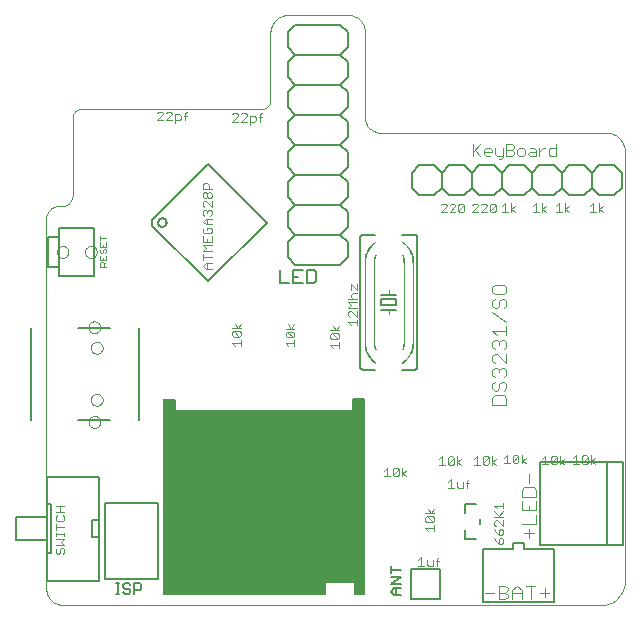
<source format=gto>
G75*
%MOIN*%
%OFA0B0*%
%FSLAX24Y24*%
%IPPOS*%
%LPD*%
%AMOC8*
5,1,8,0,0,1.08239X$1,22.5*
%
%ADD10C,0.0000*%
%ADD11C,0.0050*%
%ADD12C,0.0030*%
%ADD13C,0.0002*%
%ADD14C,0.0060*%
%ADD15C,0.0020*%
%ADD16C,0.0080*%
%ADD17C,0.0040*%
D10*
X002038Y000848D02*
X002038Y013148D01*
X002041Y013188D01*
X002048Y013227D01*
X002058Y013266D01*
X002072Y013304D01*
X002089Y013340D01*
X002110Y013374D01*
X002133Y013407D01*
X002160Y013437D01*
X002189Y013464D01*
X002220Y013489D01*
X002254Y013511D01*
X002290Y013529D01*
X002327Y013545D01*
X002365Y013556D01*
X002404Y013565D01*
X002444Y013569D01*
X002484Y013570D01*
X002587Y013570D01*
X002586Y013570D02*
X002623Y013573D01*
X002659Y013580D01*
X002694Y013590D01*
X002728Y013605D01*
X002760Y013622D01*
X002790Y013643D01*
X002818Y013667D01*
X002843Y013694D01*
X002865Y013723D01*
X002884Y013755D01*
X002900Y013788D01*
X002912Y013823D01*
X002921Y013858D01*
X002925Y013895D01*
X002926Y013931D01*
X002924Y016531D01*
X002925Y016531D02*
X002927Y016563D01*
X002933Y016594D01*
X002942Y016624D01*
X002955Y016653D01*
X002972Y016680D01*
X002991Y016705D01*
X003014Y016728D01*
X003039Y016747D01*
X003066Y016764D01*
X003095Y016777D01*
X003125Y016786D01*
X003156Y016792D01*
X003188Y016794D01*
X009212Y016794D01*
X009244Y016796D01*
X009276Y016801D01*
X009307Y016809D01*
X009337Y016821D01*
X009366Y016835D01*
X009392Y016853D01*
X009417Y016873D01*
X009440Y016896D01*
X009460Y016921D01*
X009478Y016948D01*
X009492Y016976D01*
X009504Y017006D01*
X009512Y017037D01*
X009517Y017069D01*
X009519Y017101D01*
X009519Y019323D01*
X009521Y019372D01*
X009527Y019420D01*
X009536Y019468D01*
X009549Y019515D01*
X009566Y019561D01*
X009587Y019605D01*
X009611Y019647D01*
X009638Y019688D01*
X009668Y019726D01*
X009701Y019762D01*
X009737Y019795D01*
X009775Y019825D01*
X009816Y019852D01*
X009858Y019876D01*
X009902Y019897D01*
X009948Y019914D01*
X009995Y019927D01*
X010043Y019936D01*
X010091Y019942D01*
X010140Y019944D01*
X012090Y019944D01*
X012135Y019942D01*
X012180Y019937D01*
X012225Y019928D01*
X012269Y019916D01*
X012311Y019900D01*
X012352Y019881D01*
X012392Y019859D01*
X012430Y019834D01*
X012465Y019806D01*
X012499Y019775D01*
X012530Y019741D01*
X012558Y019706D01*
X012583Y019668D01*
X012605Y019628D01*
X012624Y019587D01*
X012640Y019545D01*
X012652Y019501D01*
X012661Y019456D01*
X012666Y019411D01*
X012668Y019366D01*
X012668Y016534D01*
X012670Y016490D01*
X012675Y016447D01*
X012684Y016405D01*
X012697Y016363D01*
X012712Y016322D01*
X012732Y016283D01*
X012754Y016246D01*
X012779Y016210D01*
X012807Y016177D01*
X012838Y016146D01*
X012871Y016118D01*
X012907Y016093D01*
X012944Y016071D01*
X012983Y016051D01*
X013024Y016036D01*
X013066Y016023D01*
X013108Y016014D01*
X013151Y016009D01*
X013195Y016007D01*
X020717Y016007D01*
X020765Y016005D01*
X020813Y015999D01*
X020860Y015990D01*
X020906Y015977D01*
X020952Y015960D01*
X020995Y015940D01*
X021037Y015917D01*
X021077Y015890D01*
X021115Y015860D01*
X021150Y015827D01*
X021183Y015792D01*
X021213Y015754D01*
X021240Y015714D01*
X021263Y015672D01*
X021283Y015629D01*
X021300Y015583D01*
X021313Y015537D01*
X021322Y015490D01*
X021328Y015442D01*
X021330Y015394D01*
X021330Y001050D01*
X021328Y000996D01*
X021323Y000942D01*
X021313Y000889D01*
X021301Y000837D01*
X021284Y000785D01*
X021265Y000735D01*
X021241Y000686D01*
X021215Y000639D01*
X021185Y000594D01*
X021153Y000551D01*
X021117Y000510D01*
X021079Y000472D01*
X021038Y000436D01*
X020995Y000404D01*
X020950Y000374D01*
X020903Y000348D01*
X020854Y000324D01*
X020804Y000305D01*
X020752Y000288D01*
X020700Y000276D01*
X020647Y000266D01*
X020593Y000261D01*
X020539Y000259D01*
X002628Y000259D01*
X002582Y000261D01*
X002536Y000266D01*
X002491Y000275D01*
X002446Y000288D01*
X002403Y000304D01*
X002361Y000323D01*
X002320Y000346D01*
X002282Y000371D01*
X002245Y000400D01*
X002212Y000432D01*
X002180Y000465D01*
X002151Y000502D01*
X002126Y000540D01*
X002103Y000581D01*
X002084Y000623D01*
X002068Y000666D01*
X002055Y000711D01*
X002046Y000756D01*
X002041Y000802D01*
X002039Y000848D01*
X003456Y006369D02*
X003458Y006396D01*
X003464Y006423D01*
X003473Y006449D01*
X003486Y006473D01*
X003502Y006496D01*
X003521Y006515D01*
X003543Y006532D01*
X003567Y006546D01*
X003592Y006556D01*
X003619Y006563D01*
X003646Y006566D01*
X003674Y006565D01*
X003701Y006560D01*
X003727Y006552D01*
X003751Y006540D01*
X003774Y006524D01*
X003795Y006506D01*
X003812Y006485D01*
X003827Y006461D01*
X003838Y006436D01*
X003846Y006410D01*
X003850Y006383D01*
X003850Y006355D01*
X003846Y006328D01*
X003838Y006302D01*
X003827Y006277D01*
X003812Y006253D01*
X003795Y006232D01*
X003774Y006214D01*
X003752Y006198D01*
X003727Y006186D01*
X003701Y006178D01*
X003674Y006173D01*
X003646Y006172D01*
X003619Y006175D01*
X003592Y006182D01*
X003567Y006192D01*
X003543Y006206D01*
X003521Y006223D01*
X003502Y006242D01*
X003486Y006265D01*
X003473Y006289D01*
X003464Y006315D01*
X003458Y006342D01*
X003456Y006369D01*
X003532Y007105D02*
X003534Y007132D01*
X003540Y007159D01*
X003549Y007185D01*
X003562Y007209D01*
X003578Y007232D01*
X003597Y007251D01*
X003619Y007268D01*
X003643Y007282D01*
X003668Y007292D01*
X003695Y007299D01*
X003722Y007302D01*
X003750Y007301D01*
X003777Y007296D01*
X003803Y007288D01*
X003827Y007276D01*
X003850Y007260D01*
X003871Y007242D01*
X003888Y007221D01*
X003903Y007197D01*
X003914Y007172D01*
X003922Y007146D01*
X003926Y007119D01*
X003926Y007091D01*
X003922Y007064D01*
X003914Y007038D01*
X003903Y007013D01*
X003888Y006989D01*
X003871Y006968D01*
X003850Y006950D01*
X003828Y006934D01*
X003803Y006922D01*
X003777Y006914D01*
X003750Y006909D01*
X003722Y006908D01*
X003695Y006911D01*
X003668Y006918D01*
X003643Y006928D01*
X003619Y006942D01*
X003597Y006959D01*
X003578Y006978D01*
X003562Y007001D01*
X003549Y007025D01*
X003540Y007051D01*
X003534Y007078D01*
X003532Y007105D01*
X003532Y008838D02*
X003534Y008865D01*
X003540Y008892D01*
X003549Y008918D01*
X003562Y008942D01*
X003578Y008965D01*
X003597Y008984D01*
X003619Y009001D01*
X003643Y009015D01*
X003668Y009025D01*
X003695Y009032D01*
X003722Y009035D01*
X003750Y009034D01*
X003777Y009029D01*
X003803Y009021D01*
X003827Y009009D01*
X003850Y008993D01*
X003871Y008975D01*
X003888Y008954D01*
X003903Y008930D01*
X003914Y008905D01*
X003922Y008879D01*
X003926Y008852D01*
X003926Y008824D01*
X003922Y008797D01*
X003914Y008771D01*
X003903Y008746D01*
X003888Y008722D01*
X003871Y008701D01*
X003850Y008683D01*
X003828Y008667D01*
X003803Y008655D01*
X003777Y008647D01*
X003750Y008642D01*
X003722Y008641D01*
X003695Y008644D01*
X003668Y008651D01*
X003643Y008661D01*
X003619Y008675D01*
X003597Y008692D01*
X003578Y008711D01*
X003562Y008734D01*
X003549Y008758D01*
X003540Y008784D01*
X003534Y008811D01*
X003532Y008838D01*
X003456Y009523D02*
X003458Y009550D01*
X003464Y009577D01*
X003473Y009603D01*
X003486Y009627D01*
X003502Y009650D01*
X003521Y009669D01*
X003543Y009686D01*
X003567Y009700D01*
X003592Y009710D01*
X003619Y009717D01*
X003646Y009720D01*
X003674Y009719D01*
X003701Y009714D01*
X003727Y009706D01*
X003751Y009694D01*
X003774Y009678D01*
X003795Y009660D01*
X003812Y009639D01*
X003827Y009615D01*
X003838Y009590D01*
X003846Y009564D01*
X003850Y009537D01*
X003850Y009509D01*
X003846Y009482D01*
X003838Y009456D01*
X003827Y009431D01*
X003812Y009407D01*
X003795Y009386D01*
X003774Y009368D01*
X003752Y009352D01*
X003727Y009340D01*
X003701Y009332D01*
X003674Y009327D01*
X003646Y009326D01*
X003619Y009329D01*
X003592Y009336D01*
X003567Y009346D01*
X003543Y009360D01*
X003521Y009377D01*
X003502Y009396D01*
X003486Y009419D01*
X003473Y009443D01*
X003464Y009469D01*
X003458Y009496D01*
X003456Y009523D01*
X003337Y012035D02*
X003339Y012062D01*
X003345Y012089D01*
X003354Y012115D01*
X003367Y012139D01*
X003383Y012162D01*
X003402Y012181D01*
X003424Y012198D01*
X003448Y012212D01*
X003473Y012222D01*
X003500Y012229D01*
X003527Y012232D01*
X003555Y012231D01*
X003582Y012226D01*
X003608Y012218D01*
X003632Y012206D01*
X003655Y012190D01*
X003676Y012172D01*
X003693Y012151D01*
X003708Y012127D01*
X003719Y012102D01*
X003727Y012076D01*
X003731Y012049D01*
X003731Y012021D01*
X003727Y011994D01*
X003719Y011968D01*
X003708Y011943D01*
X003693Y011919D01*
X003676Y011898D01*
X003655Y011880D01*
X003633Y011864D01*
X003608Y011852D01*
X003582Y011844D01*
X003555Y011839D01*
X003527Y011838D01*
X003500Y011841D01*
X003473Y011848D01*
X003448Y011858D01*
X003424Y011872D01*
X003402Y011889D01*
X003383Y011908D01*
X003367Y011931D01*
X003354Y011955D01*
X003345Y011981D01*
X003339Y012008D01*
X003337Y012035D01*
X002393Y012035D02*
X002395Y012062D01*
X002401Y012089D01*
X002410Y012115D01*
X002423Y012139D01*
X002439Y012162D01*
X002458Y012181D01*
X002480Y012198D01*
X002504Y012212D01*
X002529Y012222D01*
X002556Y012229D01*
X002583Y012232D01*
X002611Y012231D01*
X002638Y012226D01*
X002664Y012218D01*
X002688Y012206D01*
X002711Y012190D01*
X002732Y012172D01*
X002749Y012151D01*
X002764Y012127D01*
X002775Y012102D01*
X002783Y012076D01*
X002787Y012049D01*
X002787Y012021D01*
X002783Y011994D01*
X002775Y011968D01*
X002764Y011943D01*
X002749Y011919D01*
X002732Y011898D01*
X002711Y011880D01*
X002689Y011864D01*
X002664Y011852D01*
X002638Y011844D01*
X002611Y011839D01*
X002583Y011838D01*
X002556Y011841D01*
X002529Y011848D01*
X002504Y011858D01*
X002480Y011872D01*
X002458Y011889D01*
X002439Y011908D01*
X002423Y011931D01*
X002410Y011955D01*
X002401Y011981D01*
X002395Y012008D01*
X002393Y012035D01*
D11*
X002471Y012546D02*
X002117Y012546D01*
X002117Y011523D01*
X002471Y011523D01*
X002471Y012546D01*
X002471Y012822D01*
X003653Y012822D01*
X003653Y011247D01*
X002471Y011247D01*
X002471Y011523D01*
X003099Y009507D02*
X004162Y009507D01*
X005147Y009507D02*
X005147Y006436D01*
X005147Y006712D02*
X005147Y007145D01*
X005956Y007133D02*
X005956Y000633D01*
X005995Y000637D02*
X005956Y006739D01*
X012649Y006739D01*
X012649Y006779D01*
X012649Y007133D01*
X012255Y007133D01*
X012255Y006739D01*
X012649Y006739D01*
X012649Y006700D01*
X012649Y000637D01*
X012334Y000637D01*
X012334Y001031D01*
X011349Y001031D01*
X011349Y000637D01*
X005995Y000637D01*
X005995Y000647D02*
X011349Y000647D01*
X011349Y000695D02*
X005995Y000695D01*
X005994Y000744D02*
X011349Y000744D01*
X011349Y000792D02*
X005994Y000792D01*
X005994Y000841D02*
X011349Y000841D01*
X011349Y000889D02*
X005993Y000889D01*
X005993Y000938D02*
X011349Y000938D01*
X011349Y000986D02*
X005993Y000986D01*
X005993Y001035D02*
X012649Y001035D01*
X012649Y001083D02*
X005992Y001083D01*
X005992Y001132D02*
X012649Y001132D01*
X012649Y001180D02*
X005992Y001180D01*
X005991Y001229D02*
X012649Y001229D01*
X012649Y001277D02*
X005991Y001277D01*
X005991Y001326D02*
X012649Y001326D01*
X012649Y001374D02*
X005990Y001374D01*
X005990Y001423D02*
X012649Y001423D01*
X012649Y001471D02*
X005990Y001471D01*
X005989Y001520D02*
X012649Y001520D01*
X012649Y001568D02*
X005989Y001568D01*
X005989Y001617D02*
X012649Y001617D01*
X012649Y001665D02*
X005988Y001665D01*
X005988Y001714D02*
X012649Y001714D01*
X012649Y001762D02*
X005988Y001762D01*
X005988Y001811D02*
X012649Y001811D01*
X012649Y001859D02*
X005987Y001859D01*
X005987Y001908D02*
X012649Y001908D01*
X012649Y001956D02*
X005987Y001956D01*
X005986Y002005D02*
X012649Y002005D01*
X012649Y002053D02*
X005986Y002053D01*
X005986Y002102D02*
X012649Y002102D01*
X012649Y002150D02*
X005985Y002150D01*
X005985Y002199D02*
X012649Y002199D01*
X012649Y002247D02*
X005985Y002247D01*
X005984Y002296D02*
X012649Y002296D01*
X012649Y002344D02*
X005984Y002344D01*
X005984Y002393D02*
X012649Y002393D01*
X012649Y002441D02*
X005983Y002441D01*
X005983Y002490D02*
X012649Y002490D01*
X012649Y002538D02*
X005983Y002538D01*
X005982Y002587D02*
X012649Y002587D01*
X012649Y002635D02*
X005982Y002635D01*
X005982Y002684D02*
X012649Y002684D01*
X012649Y002732D02*
X005982Y002732D01*
X005981Y002781D02*
X012649Y002781D01*
X012649Y002829D02*
X005981Y002829D01*
X005981Y002878D02*
X012649Y002878D01*
X012649Y002926D02*
X005980Y002926D01*
X005980Y002975D02*
X012649Y002975D01*
X012649Y003023D02*
X005980Y003023D01*
X005979Y003072D02*
X012649Y003072D01*
X012649Y003120D02*
X005979Y003120D01*
X005979Y003169D02*
X012649Y003169D01*
X012649Y003217D02*
X005978Y003217D01*
X005978Y003266D02*
X012649Y003266D01*
X012649Y003314D02*
X005978Y003314D01*
X005977Y003363D02*
X012649Y003363D01*
X012649Y003411D02*
X005977Y003411D01*
X005977Y003460D02*
X012649Y003460D01*
X012649Y003508D02*
X005977Y003508D01*
X005976Y003557D02*
X012649Y003557D01*
X012649Y003605D02*
X005976Y003605D01*
X005976Y003654D02*
X012649Y003654D01*
X012649Y003702D02*
X005975Y003702D01*
X005975Y003751D02*
X012649Y003751D01*
X012649Y003799D02*
X005975Y003799D01*
X005974Y003848D02*
X012649Y003848D01*
X012649Y003896D02*
X005974Y003896D01*
X005974Y003945D02*
X012649Y003945D01*
X012649Y003993D02*
X005973Y003993D01*
X005973Y004042D02*
X012649Y004042D01*
X012649Y004090D02*
X005973Y004090D01*
X005972Y004139D02*
X012649Y004139D01*
X012649Y004187D02*
X005972Y004187D01*
X005972Y004236D02*
X012649Y004236D01*
X012649Y004284D02*
X005972Y004284D01*
X005971Y004333D02*
X012649Y004333D01*
X012649Y004381D02*
X005971Y004381D01*
X005971Y004430D02*
X012649Y004430D01*
X012649Y004478D02*
X005970Y004478D01*
X005970Y004527D02*
X012649Y004527D01*
X012649Y004575D02*
X005970Y004575D01*
X005969Y004624D02*
X012649Y004624D01*
X012649Y004672D02*
X005969Y004672D01*
X005969Y004721D02*
X012649Y004721D01*
X012649Y004769D02*
X005968Y004769D01*
X005968Y004818D02*
X012649Y004818D01*
X012649Y004866D02*
X005968Y004866D01*
X005967Y004915D02*
X012649Y004915D01*
X012649Y004963D02*
X005967Y004963D01*
X005967Y005012D02*
X012649Y005012D01*
X012649Y005060D02*
X005967Y005060D01*
X005966Y005109D02*
X012649Y005109D01*
X012649Y005157D02*
X005966Y005157D01*
X005966Y005206D02*
X012649Y005206D01*
X012649Y005254D02*
X005965Y005254D01*
X005965Y005303D02*
X012649Y005303D01*
X012649Y005351D02*
X005965Y005351D01*
X005964Y005400D02*
X012649Y005400D01*
X012649Y005448D02*
X005964Y005448D01*
X005964Y005497D02*
X012649Y005497D01*
X012649Y005545D02*
X005963Y005545D01*
X005963Y005594D02*
X012649Y005594D01*
X012649Y005642D02*
X005963Y005642D01*
X005962Y005691D02*
X012649Y005691D01*
X012649Y005739D02*
X005962Y005739D01*
X005962Y005788D02*
X012649Y005788D01*
X012649Y005836D02*
X005962Y005836D01*
X005961Y005885D02*
X012649Y005885D01*
X012649Y005933D02*
X005961Y005933D01*
X005961Y005982D02*
X012649Y005982D01*
X012649Y006030D02*
X005960Y006030D01*
X005960Y006079D02*
X012649Y006079D01*
X012649Y006127D02*
X005960Y006127D01*
X005959Y006176D02*
X012649Y006176D01*
X012649Y006224D02*
X005959Y006224D01*
X005959Y006273D02*
X012649Y006273D01*
X012649Y006321D02*
X005958Y006321D01*
X005958Y006370D02*
X012649Y006370D01*
X012649Y006418D02*
X005958Y006418D01*
X005957Y006467D02*
X012649Y006467D01*
X012649Y006515D02*
X005957Y006515D01*
X005957Y006564D02*
X012649Y006564D01*
X012649Y006612D02*
X005957Y006612D01*
X005956Y006661D02*
X012649Y006661D01*
X012649Y006709D02*
X005956Y006709D01*
X005956Y006779D02*
X005956Y007094D01*
X006310Y007094D01*
X006349Y007094D01*
X006349Y006779D01*
X005956Y006779D01*
X005956Y006806D02*
X006349Y006806D01*
X006349Y006855D02*
X005956Y006855D01*
X005956Y006903D02*
X006349Y006903D01*
X006349Y006952D02*
X005956Y006952D01*
X005956Y007000D02*
X006349Y007000D01*
X006349Y007049D02*
X005956Y007049D01*
X004162Y006436D02*
X003099Y006436D01*
X001525Y006436D02*
X001525Y009507D01*
X005147Y009231D02*
X005147Y008798D01*
X003794Y004546D02*
X002062Y004546D01*
X002062Y003641D01*
X002219Y003641D01*
X002219Y001987D01*
X002062Y001987D01*
X002062Y002420D01*
X001038Y002420D01*
X001038Y003208D01*
X002062Y003208D01*
X002062Y003641D01*
X002062Y003208D02*
X002062Y002420D01*
X002062Y001987D02*
X002062Y001082D01*
X003794Y001082D01*
X003794Y002538D01*
X003558Y002538D01*
X003558Y003090D01*
X003794Y003090D01*
X003794Y002538D01*
X003794Y003090D02*
X003794Y004546D01*
X009828Y010987D02*
X010128Y010987D01*
X010288Y010987D02*
X010589Y010987D01*
X010749Y010987D02*
X010974Y010987D01*
X011049Y011062D01*
X011049Y011362D01*
X010974Y011437D01*
X010749Y011437D01*
X010749Y010987D01*
X010438Y011212D02*
X010288Y011212D01*
X010288Y011437D02*
X010288Y010987D01*
X010288Y011437D02*
X010589Y011437D01*
X009828Y011437D02*
X009828Y010987D01*
X012255Y007097D02*
X012649Y007097D01*
X012649Y007133D02*
X012649Y000633D01*
X012649Y000647D02*
X012334Y000647D01*
X012334Y000695D02*
X012649Y000695D01*
X012649Y000744D02*
X012334Y000744D01*
X012334Y000792D02*
X012649Y000792D01*
X012649Y000841D02*
X012334Y000841D01*
X012334Y000889D02*
X012649Y000889D01*
X012649Y000938D02*
X012334Y000938D01*
X012334Y000986D02*
X012649Y000986D01*
X016017Y002467D02*
X016367Y002467D01*
X016017Y002467D02*
X016017Y002767D01*
X016517Y002967D02*
X016517Y003117D01*
X016367Y003617D02*
X016017Y003617D01*
X016017Y003317D01*
X016605Y002133D02*
X016605Y000361D01*
X018968Y000361D01*
X018968Y002133D01*
X017983Y002133D01*
X017983Y002330D01*
X017590Y002330D01*
X017590Y002133D01*
X016605Y002133D01*
X018519Y002263D02*
X018519Y005019D01*
X020723Y005019D01*
X020723Y002263D01*
X021275Y002263D01*
X021275Y005019D01*
X020723Y005019D01*
X020723Y002263D02*
X018519Y002263D01*
X012649Y006758D02*
X012255Y006758D01*
X012255Y006806D02*
X012649Y006806D01*
X012649Y006855D02*
X012255Y006855D01*
X012255Y006903D02*
X012649Y006903D01*
X012649Y006952D02*
X012255Y006952D01*
X012255Y007000D02*
X012649Y007000D01*
X012649Y007049D02*
X012255Y007049D01*
D12*
X012245Y006547D02*
X012052Y006547D01*
X012003Y006498D01*
X012003Y006353D01*
X012294Y006353D01*
X012294Y006498D01*
X012245Y006547D01*
X012294Y006252D02*
X012003Y006252D01*
X012003Y006059D02*
X012294Y006252D01*
X012294Y006059D02*
X012003Y006059D01*
X012052Y005957D02*
X012003Y005909D01*
X012003Y005812D01*
X012052Y005764D01*
X012245Y005764D01*
X012294Y005812D01*
X012294Y005909D01*
X012245Y005957D01*
X012148Y005957D01*
X012148Y005861D01*
X011794Y005862D02*
X011794Y005959D01*
X011794Y005911D02*
X011503Y005911D01*
X011503Y005959D02*
X011503Y005862D01*
X011552Y005761D02*
X011648Y005761D01*
X011697Y005713D01*
X011697Y005568D01*
X011794Y005568D02*
X011503Y005568D01*
X011503Y005713D01*
X011552Y005761D01*
X011294Y005862D02*
X011294Y005959D01*
X011294Y005911D02*
X011003Y005911D01*
X011003Y005959D02*
X011003Y005862D01*
X011052Y005761D02*
X011148Y005761D01*
X011197Y005713D01*
X011197Y005568D01*
X011294Y005568D02*
X011003Y005568D01*
X011003Y005713D01*
X011052Y005761D01*
X010794Y005862D02*
X010794Y005959D01*
X010794Y005911D02*
X010503Y005911D01*
X010503Y005959D02*
X010503Y005862D01*
X010552Y005761D02*
X010648Y005761D01*
X010697Y005713D01*
X010697Y005568D01*
X010794Y005568D02*
X010503Y005568D01*
X010503Y005713D01*
X010552Y005761D01*
X010294Y005812D02*
X010294Y005909D01*
X010245Y005957D01*
X010197Y005957D01*
X010148Y005909D01*
X010148Y005861D01*
X010148Y005909D02*
X010100Y005957D01*
X010052Y005957D01*
X010003Y005909D01*
X010003Y005812D01*
X010052Y005764D01*
X010148Y005663D02*
X010148Y005469D01*
X010052Y005566D02*
X010245Y005566D01*
X010245Y005764D02*
X010294Y005812D01*
X010552Y005466D02*
X010503Y005418D01*
X010503Y005321D01*
X010552Y005273D01*
X010745Y005273D01*
X010794Y005321D01*
X010794Y005418D01*
X010745Y005466D01*
X010648Y005466D01*
X010648Y005370D01*
X011003Y005418D02*
X011003Y005321D01*
X011052Y005273D01*
X011245Y005273D01*
X011294Y005321D01*
X011294Y005418D01*
X011245Y005466D01*
X011148Y005466D01*
X011148Y005370D01*
X011052Y005466D02*
X011003Y005418D01*
X011503Y005418D02*
X011503Y005321D01*
X011552Y005273D01*
X011745Y005273D01*
X011794Y005321D01*
X011794Y005418D01*
X011745Y005466D01*
X011648Y005466D01*
X011648Y005370D01*
X011552Y005466D02*
X011503Y005418D01*
X011552Y006059D02*
X011745Y006059D01*
X011794Y006107D01*
X011794Y006204D01*
X011745Y006252D01*
X011552Y006252D01*
X011503Y006204D01*
X011503Y006107D01*
X011552Y006059D01*
X011294Y006107D02*
X011294Y006204D01*
X011245Y006252D01*
X011052Y006252D01*
X011003Y006204D01*
X011003Y006107D01*
X011052Y006059D01*
X011245Y006059D01*
X011294Y006107D01*
X011294Y006353D02*
X011294Y006547D01*
X011294Y006450D02*
X011003Y006450D01*
X011100Y006353D01*
X010794Y006353D02*
X010794Y006547D01*
X010794Y006353D02*
X010600Y006547D01*
X010552Y006547D01*
X010503Y006498D01*
X010503Y006402D01*
X010552Y006353D01*
X010552Y006252D02*
X010503Y006204D01*
X010503Y006107D01*
X010552Y006059D01*
X010745Y006059D01*
X010794Y006107D01*
X010794Y006204D01*
X010745Y006252D01*
X010552Y006252D01*
X010294Y006155D02*
X010197Y006252D01*
X010003Y006252D01*
X010052Y006353D02*
X010003Y006402D01*
X010003Y006498D01*
X010052Y006547D01*
X010100Y006547D01*
X010148Y006498D01*
X010197Y006547D01*
X010245Y006547D01*
X010294Y006498D01*
X010294Y006402D01*
X010245Y006353D01*
X010148Y006450D02*
X010148Y006498D01*
X009794Y006498D02*
X009794Y006353D01*
X009503Y006353D01*
X009503Y006498D01*
X009552Y006547D01*
X009745Y006547D01*
X009794Y006498D01*
X009745Y006252D02*
X009552Y006252D01*
X009503Y006204D01*
X009503Y006059D01*
X009794Y006059D01*
X009794Y006204D01*
X009745Y006252D01*
X010003Y006059D02*
X010197Y006059D01*
X010294Y006155D01*
X009794Y005861D02*
X009697Y005764D01*
X009503Y005764D01*
X009648Y005663D02*
X009648Y005469D01*
X009552Y005368D02*
X009503Y005320D01*
X009503Y005223D01*
X009552Y005175D01*
X009745Y005175D01*
X009794Y005223D01*
X009794Y005320D01*
X009745Y005368D01*
X009552Y005368D01*
X009552Y005074D02*
X009503Y005025D01*
X009503Y004880D01*
X009794Y004880D01*
X009794Y005025D01*
X009745Y005074D01*
X009552Y005074D01*
X009552Y004779D02*
X009503Y004731D01*
X009503Y004634D01*
X009552Y004585D01*
X009600Y004585D01*
X009648Y004634D01*
X009648Y004731D01*
X009697Y004779D01*
X009745Y004779D01*
X009794Y004731D01*
X009794Y004634D01*
X009745Y004585D01*
X008794Y005518D02*
X008745Y005469D01*
X008794Y005518D02*
X008794Y005614D01*
X008745Y005663D01*
X008697Y005663D01*
X008648Y005614D01*
X008648Y005518D01*
X008600Y005469D01*
X008552Y005469D01*
X008503Y005518D01*
X008503Y005614D01*
X008552Y005663D01*
X008552Y005764D02*
X008745Y005764D01*
X008794Y005812D01*
X008794Y005909D01*
X008745Y005957D01*
X008794Y006059D02*
X008503Y006059D01*
X008552Y005957D02*
X008503Y005909D01*
X008503Y005812D01*
X008552Y005764D01*
X008294Y005812D02*
X008294Y005909D01*
X008245Y005957D01*
X008197Y005957D01*
X008148Y005909D01*
X008148Y005812D01*
X008100Y005764D01*
X008052Y005764D01*
X008003Y005812D01*
X008003Y005909D01*
X008052Y005957D01*
X008003Y006059D02*
X008294Y006059D01*
X008294Y006252D01*
X008294Y006353D02*
X008294Y006547D01*
X008294Y006353D02*
X008003Y006353D01*
X008003Y006252D02*
X008003Y006059D01*
X008148Y006059D02*
X008148Y006155D01*
X008503Y006353D02*
X008794Y006353D01*
X008697Y006353D02*
X008503Y006547D01*
X008648Y006402D02*
X008794Y006547D01*
X009003Y006548D02*
X009003Y006452D01*
X009003Y006500D02*
X009294Y006500D01*
X009294Y006452D02*
X009294Y006548D01*
X009245Y006350D02*
X009052Y006350D01*
X009003Y006302D01*
X009003Y006157D01*
X009294Y006157D01*
X009294Y006302D01*
X009245Y006350D01*
X009245Y006056D02*
X009197Y006056D01*
X009148Y006007D01*
X009148Y005911D01*
X009100Y005862D01*
X009052Y005862D01*
X009003Y005911D01*
X009003Y006007D01*
X009052Y006056D01*
X009245Y006056D02*
X009294Y006007D01*
X009294Y005911D01*
X009245Y005862D01*
X009503Y005957D02*
X009697Y005957D01*
X009794Y005861D01*
X008794Y006059D02*
X008794Y006252D01*
X008294Y005812D02*
X008245Y005764D01*
X008294Y005663D02*
X008003Y005663D01*
X008003Y005469D02*
X008294Y005663D01*
X008294Y005469D02*
X008003Y005469D01*
X007794Y005568D02*
X007503Y005568D01*
X007794Y005761D01*
X007503Y005761D01*
X007503Y005862D02*
X007503Y005959D01*
X007503Y005911D02*
X007794Y005911D01*
X007794Y005959D02*
X007794Y005862D01*
X007794Y006059D02*
X007503Y006059D01*
X007503Y006204D01*
X007552Y006252D01*
X007648Y006252D01*
X007697Y006204D01*
X007697Y006059D01*
X007697Y006155D02*
X007794Y006252D01*
X007745Y006353D02*
X007794Y006402D01*
X007794Y006498D01*
X007745Y006547D01*
X007552Y006547D01*
X007503Y006498D01*
X007503Y006402D01*
X007552Y006353D01*
X007745Y006353D01*
X007697Y006450D02*
X007794Y006547D01*
X007294Y006547D02*
X007003Y006547D01*
X007003Y006353D02*
X007294Y006547D01*
X007294Y006353D02*
X007003Y006353D01*
X007052Y006252D02*
X007003Y006204D01*
X007003Y006059D01*
X007294Y006059D01*
X007294Y006204D01*
X007245Y006252D01*
X007052Y006252D01*
X006794Y006252D02*
X006503Y006252D01*
X006503Y006353D02*
X006503Y006498D01*
X006552Y006547D01*
X006745Y006547D01*
X006794Y006498D01*
X006794Y006353D01*
X006503Y006353D01*
X006503Y006059D02*
X006794Y006252D01*
X006794Y006059D02*
X006503Y006059D01*
X006552Y005957D02*
X006503Y005909D01*
X006503Y005812D01*
X006552Y005764D01*
X006745Y005764D01*
X006794Y005812D01*
X006794Y005909D01*
X006745Y005957D01*
X006648Y005957D01*
X006648Y005861D01*
X007003Y005909D02*
X007003Y005812D01*
X007052Y005764D01*
X007100Y005764D01*
X007148Y005812D01*
X007148Y005909D01*
X007197Y005957D01*
X007245Y005957D01*
X007294Y005909D01*
X007294Y005812D01*
X007245Y005764D01*
X007052Y005957D02*
X007003Y005909D01*
X008338Y008914D02*
X008241Y009010D01*
X008531Y009010D01*
X008531Y008914D02*
X008531Y009107D01*
X008483Y009208D02*
X008289Y009402D01*
X008483Y009402D01*
X008531Y009353D01*
X008531Y009257D01*
X008483Y009208D01*
X008289Y009208D01*
X008241Y009257D01*
X008241Y009353D01*
X008289Y009402D01*
X008241Y009503D02*
X008531Y009503D01*
X008435Y009503D02*
X008338Y009648D01*
X008435Y009503D02*
X008531Y009648D01*
X010024Y009479D02*
X010315Y009479D01*
X010218Y009479D02*
X010121Y009625D01*
X010218Y009479D02*
X010315Y009625D01*
X010266Y009378D02*
X010315Y009330D01*
X010315Y009233D01*
X010266Y009185D01*
X010073Y009378D01*
X010266Y009378D01*
X010073Y009378D02*
X010024Y009330D01*
X010024Y009233D01*
X010073Y009185D01*
X010266Y009185D01*
X010315Y009084D02*
X010315Y008890D01*
X010315Y008987D02*
X010024Y008987D01*
X010121Y008890D01*
X011517Y008928D02*
X011807Y008928D01*
X011807Y008831D02*
X011807Y009025D01*
X011758Y009126D02*
X011807Y009174D01*
X011807Y009271D01*
X011758Y009319D01*
X011565Y009319D01*
X011758Y009126D01*
X011565Y009126D01*
X011517Y009174D01*
X011517Y009271D01*
X011565Y009319D01*
X011517Y009420D02*
X011807Y009420D01*
X011710Y009420D02*
X011613Y009565D01*
X011710Y009420D02*
X011807Y009565D01*
X012111Y009684D02*
X012402Y009684D01*
X012402Y009780D02*
X012402Y009587D01*
X012208Y009587D02*
X012111Y009684D01*
X012160Y009882D02*
X012111Y009930D01*
X012111Y010027D01*
X012160Y010075D01*
X012208Y010075D01*
X012402Y009882D01*
X012402Y010075D01*
X012402Y010176D02*
X012111Y010176D01*
X012208Y010273D01*
X012111Y010370D01*
X012402Y010370D01*
X012402Y010471D02*
X012111Y010471D01*
X012208Y010519D02*
X012208Y010616D01*
X012257Y010664D01*
X012402Y010664D01*
X012402Y010766D02*
X012402Y010959D01*
X012402Y010766D02*
X012208Y010959D01*
X012208Y010766D01*
X012208Y010519D02*
X012257Y010471D01*
X011517Y008928D02*
X011613Y008831D01*
X011552Y006547D02*
X011745Y006353D01*
X011794Y006402D01*
X011794Y006498D01*
X011745Y006547D01*
X011552Y006547D01*
X011503Y006498D01*
X011503Y006402D01*
X011552Y006353D01*
X011745Y006353D01*
X013307Y004747D02*
X013404Y004844D01*
X013404Y004553D01*
X013307Y004553D02*
X013501Y004553D01*
X013602Y004602D02*
X013795Y004795D01*
X013795Y004602D01*
X013747Y004553D01*
X013650Y004553D01*
X013602Y004602D01*
X013602Y004795D01*
X013650Y004844D01*
X013747Y004844D01*
X013795Y004795D01*
X013897Y004844D02*
X013897Y004553D01*
X013897Y004650D02*
X014042Y004747D01*
X013897Y004650D02*
X014042Y004553D01*
X015146Y004927D02*
X015339Y004927D01*
X015243Y004927D02*
X015243Y005218D01*
X015146Y005121D01*
X015441Y005169D02*
X015441Y004976D01*
X015634Y005169D01*
X015634Y004976D01*
X015586Y004927D01*
X015489Y004927D01*
X015441Y004976D01*
X015441Y005169D02*
X015489Y005218D01*
X015586Y005218D01*
X015634Y005169D01*
X015735Y005218D02*
X015735Y004927D01*
X015735Y005024D02*
X015880Y005121D01*
X015735Y005024D02*
X015880Y004927D01*
X016307Y004947D02*
X016501Y004947D01*
X016404Y004947D02*
X016404Y005237D01*
X016307Y005141D01*
X016602Y005189D02*
X016602Y004996D01*
X016795Y005189D01*
X016795Y004996D01*
X016747Y004947D01*
X016650Y004947D01*
X016602Y004996D01*
X016602Y005189D02*
X016650Y005237D01*
X016747Y005237D01*
X016795Y005189D01*
X016897Y005237D02*
X016897Y004947D01*
X016897Y005044D02*
X017042Y005141D01*
X016897Y005044D02*
X017042Y004947D01*
X017299Y004987D02*
X017493Y004987D01*
X017396Y004987D02*
X017396Y005277D01*
X017299Y005180D01*
X017594Y005228D02*
X017594Y005035D01*
X017788Y005228D01*
X017788Y005035D01*
X017739Y004987D01*
X017642Y004987D01*
X017594Y005035D01*
X017594Y005228D02*
X017642Y005277D01*
X017739Y005277D01*
X017788Y005228D01*
X017889Y005277D02*
X017889Y004987D01*
X017889Y005083D02*
X018034Y005180D01*
X017889Y005083D02*
X018034Y004987D01*
X018583Y004951D02*
X018776Y004951D01*
X018680Y004951D02*
X018680Y005241D01*
X018583Y005145D01*
X018878Y005193D02*
X018878Y004999D01*
X019071Y005193D01*
X019071Y004999D01*
X019023Y004951D01*
X018926Y004951D01*
X018878Y004999D01*
X018878Y005193D02*
X018926Y005241D01*
X019023Y005241D01*
X019071Y005193D01*
X019172Y005241D02*
X019172Y004951D01*
X019172Y005048D02*
X019317Y005145D01*
X019172Y005048D02*
X019317Y004951D01*
X019607Y004967D02*
X019800Y004967D01*
X019703Y004967D02*
X019703Y005257D01*
X019607Y005160D01*
X019901Y005209D02*
X019950Y005257D01*
X020046Y005257D01*
X020095Y005209D01*
X019901Y005015D01*
X019950Y004967D01*
X020046Y004967D01*
X020095Y005015D01*
X020095Y005209D01*
X020196Y005257D02*
X020196Y004967D01*
X020196Y005064D02*
X020341Y004967D01*
X020196Y005064D02*
X020341Y005160D01*
X019901Y005209D02*
X019901Y005015D01*
X017273Y003680D02*
X017273Y003486D01*
X017273Y003583D02*
X016983Y003583D01*
X017080Y003486D01*
X016983Y003385D02*
X017177Y003191D01*
X017128Y003240D02*
X017273Y003385D01*
X017273Y003191D02*
X016983Y003191D01*
X017032Y003090D02*
X016983Y003042D01*
X016983Y002945D01*
X017032Y002897D01*
X016983Y002796D02*
X017032Y002699D01*
X017128Y002602D01*
X017128Y002747D01*
X017177Y002796D01*
X017225Y002796D01*
X017273Y002747D01*
X017273Y002650D01*
X017225Y002602D01*
X017128Y002602D01*
X017177Y002501D02*
X017128Y002453D01*
X017128Y002307D01*
X017225Y002307D01*
X017273Y002356D01*
X017273Y002453D01*
X017225Y002501D01*
X017177Y002501D01*
X017032Y002404D02*
X017128Y002307D01*
X017032Y002404D02*
X016983Y002501D01*
X017273Y002897D02*
X017080Y003090D01*
X017032Y003090D01*
X017273Y003090D02*
X017273Y002897D01*
X016075Y004174D02*
X016075Y004416D01*
X016123Y004465D01*
X016123Y004320D02*
X016026Y004320D01*
X015925Y004368D02*
X015925Y004174D01*
X015780Y004174D01*
X015732Y004223D01*
X015732Y004368D01*
X015630Y004174D02*
X015437Y004174D01*
X015534Y004174D02*
X015534Y004465D01*
X015437Y004368D01*
X014977Y003467D02*
X014880Y003322D01*
X014784Y003467D01*
X014687Y003322D02*
X014977Y003322D01*
X014929Y003221D02*
X014977Y003172D01*
X014977Y003075D01*
X014929Y003027D01*
X014735Y003221D01*
X014929Y003221D01*
X014735Y003221D02*
X014687Y003172D01*
X014687Y003075D01*
X014735Y003027D01*
X014929Y003027D01*
X014977Y002926D02*
X014977Y002732D01*
X014977Y002829D02*
X014687Y002829D01*
X014784Y002732D01*
X014540Y001863D02*
X014540Y001573D01*
X014443Y001573D02*
X014637Y001573D01*
X014738Y001622D02*
X014786Y001573D01*
X014931Y001573D01*
X014931Y001767D01*
X015032Y001718D02*
X015129Y001718D01*
X015081Y001815D02*
X015081Y001573D01*
X015081Y001815D02*
X015129Y001863D01*
X014738Y001767D02*
X014738Y001622D01*
X014540Y001863D02*
X014443Y001767D01*
X012294Y001834D02*
X012003Y001834D01*
X012003Y001737D02*
X012003Y001931D01*
X011794Y001882D02*
X011794Y001737D01*
X011503Y001737D01*
X011503Y001882D01*
X011552Y001931D01*
X011745Y001931D01*
X011794Y001882D01*
X011794Y001636D02*
X011503Y001636D01*
X011503Y001443D02*
X011794Y001636D01*
X011794Y001443D02*
X011503Y001443D01*
X011552Y001341D02*
X011503Y001293D01*
X011503Y001196D01*
X011552Y001148D01*
X011745Y001148D01*
X011794Y001196D01*
X011794Y001293D01*
X011745Y001341D01*
X011648Y001341D01*
X011648Y001245D01*
X012003Y001245D02*
X012100Y001148D01*
X012294Y001148D01*
X012148Y001148D02*
X012148Y001341D01*
X012100Y001341D02*
X012294Y001341D01*
X012294Y001443D02*
X012003Y001443D01*
X012294Y001636D01*
X012003Y001636D01*
X012100Y001341D02*
X012003Y001245D01*
X002649Y002031D02*
X002601Y001983D01*
X002649Y002031D02*
X002649Y002128D01*
X002601Y002176D01*
X002553Y002176D01*
X002504Y002128D01*
X002504Y002031D01*
X002456Y001983D01*
X002407Y001983D01*
X002359Y002031D01*
X002359Y002128D01*
X002407Y002176D01*
X002359Y002277D02*
X002649Y002277D01*
X002553Y002374D01*
X002649Y002471D01*
X002359Y002471D01*
X002359Y002572D02*
X002359Y002669D01*
X002359Y002620D02*
X002649Y002620D01*
X002649Y002572D02*
X002649Y002669D01*
X002649Y002865D02*
X002359Y002865D01*
X002359Y002768D02*
X002359Y002962D01*
X002407Y003063D02*
X002601Y003063D01*
X002649Y003111D01*
X002649Y003208D01*
X002601Y003256D01*
X002649Y003358D02*
X002359Y003358D01*
X002407Y003256D02*
X002359Y003208D01*
X002359Y003111D01*
X002407Y003063D01*
X002504Y003358D02*
X002504Y003551D01*
X002359Y003551D02*
X002649Y003551D01*
X007362Y011476D02*
X007265Y011573D01*
X007362Y011670D01*
X007555Y011670D01*
X007410Y011670D02*
X007410Y011476D01*
X007362Y011476D02*
X007555Y011476D01*
X007555Y011868D02*
X007265Y011868D01*
X007265Y011771D02*
X007265Y011965D01*
X007265Y012066D02*
X007362Y012163D01*
X007265Y012259D01*
X007555Y012259D01*
X007555Y012360D02*
X007555Y012554D01*
X007507Y012655D02*
X007313Y012655D01*
X007265Y012703D01*
X007265Y012800D01*
X007313Y012849D01*
X007410Y012849D02*
X007410Y012752D01*
X007410Y012849D02*
X007507Y012849D01*
X007555Y012800D01*
X007555Y012703D01*
X007507Y012655D01*
X007410Y012457D02*
X007410Y012360D01*
X007265Y012360D02*
X007265Y012554D01*
X007265Y012360D02*
X007555Y012360D01*
X007555Y012066D02*
X007265Y012066D01*
X007362Y012950D02*
X007265Y013046D01*
X007362Y013143D01*
X007555Y013143D01*
X007507Y013244D02*
X007555Y013293D01*
X007555Y013390D01*
X007507Y013438D01*
X007458Y013438D01*
X007410Y013390D01*
X007410Y013341D01*
X007410Y013390D02*
X007362Y013438D01*
X007313Y013438D01*
X007265Y013390D01*
X007265Y013293D01*
X007313Y013244D01*
X007410Y013143D02*
X007410Y012950D01*
X007362Y012950D02*
X007555Y012950D01*
X007555Y013539D02*
X007362Y013733D01*
X007313Y013733D01*
X007265Y013684D01*
X007265Y013587D01*
X007313Y013539D01*
X007555Y013539D02*
X007555Y013733D01*
X007507Y013834D02*
X007458Y013834D01*
X007410Y013882D01*
X007410Y013979D01*
X007458Y014027D01*
X007507Y014027D01*
X007555Y013979D01*
X007555Y013882D01*
X007507Y013834D01*
X007410Y013882D02*
X007362Y013834D01*
X007313Y013834D01*
X007265Y013882D01*
X007265Y013979D01*
X007313Y014027D01*
X007362Y014027D01*
X007410Y013979D01*
X007458Y014128D02*
X007458Y014273D01*
X007410Y014322D01*
X007313Y014322D01*
X007265Y014273D01*
X007265Y014128D01*
X007555Y014128D01*
X008242Y016376D02*
X008436Y016570D01*
X008436Y016618D01*
X008387Y016667D01*
X008291Y016667D01*
X008242Y016618D01*
X008242Y016376D02*
X008436Y016376D01*
X008537Y016376D02*
X008731Y016570D01*
X008731Y016618D01*
X008682Y016667D01*
X008585Y016667D01*
X008537Y016618D01*
X008537Y016376D02*
X008731Y016376D01*
X008832Y016376D02*
X008977Y016376D01*
X009025Y016425D01*
X009025Y016521D01*
X008977Y016570D01*
X008832Y016570D01*
X008832Y016280D01*
X009175Y016376D02*
X009175Y016618D01*
X009223Y016667D01*
X009223Y016521D02*
X009126Y016521D01*
X006727Y016569D02*
X006630Y016569D01*
X006529Y016569D02*
X006529Y016472D01*
X006481Y016424D01*
X006336Y016424D01*
X006336Y016327D02*
X006336Y016617D01*
X006481Y016617D01*
X006529Y016569D01*
X006679Y016665D02*
X006679Y016424D01*
X006679Y016665D02*
X006727Y016714D01*
X006234Y016665D02*
X006234Y016617D01*
X006041Y016424D01*
X006234Y016424D01*
X006234Y016665D02*
X006186Y016714D01*
X006089Y016714D01*
X006041Y016665D01*
X005940Y016665D02*
X005940Y016617D01*
X005746Y016424D01*
X005940Y016424D01*
X005940Y016665D02*
X005891Y016714D01*
X005795Y016714D01*
X005746Y016665D01*
X015197Y013598D02*
X015245Y013647D01*
X015342Y013647D01*
X015391Y013598D01*
X015391Y013550D01*
X015197Y013357D01*
X015391Y013357D01*
X015492Y013357D02*
X015685Y013550D01*
X015685Y013598D01*
X015637Y013647D01*
X015540Y013647D01*
X015492Y013598D01*
X015492Y013357D02*
X015685Y013357D01*
X015786Y013405D02*
X015980Y013598D01*
X015980Y013405D01*
X015932Y013357D01*
X015835Y013357D01*
X015786Y013405D01*
X015786Y013598D01*
X015835Y013647D01*
X015932Y013647D01*
X015980Y013598D01*
X016244Y013598D02*
X016293Y013647D01*
X016389Y013647D01*
X016438Y013598D01*
X016438Y013550D01*
X016244Y013357D01*
X016438Y013357D01*
X016539Y013357D02*
X016732Y013550D01*
X016732Y013598D01*
X016684Y013647D01*
X016587Y013647D01*
X016539Y013598D01*
X016539Y013357D02*
X016732Y013357D01*
X016834Y013405D02*
X017027Y013598D01*
X017027Y013405D01*
X016979Y013357D01*
X016882Y013357D01*
X016834Y013405D01*
X016834Y013598D01*
X016882Y013647D01*
X016979Y013647D01*
X017027Y013598D01*
X017240Y013558D02*
X017337Y013655D01*
X017337Y013364D01*
X017240Y013364D02*
X017434Y013364D01*
X017535Y013364D02*
X017535Y013655D01*
X017680Y013558D02*
X017535Y013461D01*
X017680Y013364D01*
X018276Y013361D02*
X018469Y013361D01*
X018373Y013361D02*
X018373Y013651D01*
X018276Y013554D01*
X018570Y013457D02*
X018716Y013554D01*
X018570Y013457D02*
X018716Y013361D01*
X018570Y013361D02*
X018570Y013651D01*
X019039Y013561D02*
X019136Y013658D01*
X019136Y013367D01*
X019232Y013367D02*
X019039Y013367D01*
X019333Y013367D02*
X019333Y013658D01*
X019479Y013561D02*
X019333Y013464D01*
X019479Y013367D01*
X020181Y013364D02*
X020375Y013364D01*
X020278Y013364D02*
X020278Y013655D01*
X020181Y013558D01*
X020476Y013655D02*
X020476Y013364D01*
X020476Y013461D02*
X020621Y013558D01*
X020476Y013461D02*
X020621Y013364D01*
X019038Y015248D02*
X018852Y015248D01*
X018791Y015310D01*
X018791Y015434D01*
X018852Y015495D01*
X019038Y015495D01*
X019038Y015619D02*
X019038Y015248D01*
X018669Y015495D02*
X018607Y015495D01*
X018484Y015372D01*
X018362Y015372D02*
X018177Y015372D01*
X018115Y015310D01*
X018177Y015248D01*
X018362Y015248D01*
X018362Y015434D01*
X018301Y015495D01*
X018177Y015495D01*
X017994Y015434D02*
X017932Y015495D01*
X017809Y015495D01*
X017747Y015434D01*
X017747Y015310D01*
X017809Y015248D01*
X017932Y015248D01*
X017994Y015310D01*
X017994Y015434D01*
X017626Y015495D02*
X017564Y015434D01*
X017379Y015434D01*
X017257Y015495D02*
X017257Y015187D01*
X017196Y015125D01*
X017134Y015125D01*
X017072Y015248D02*
X017257Y015248D01*
X017379Y015248D02*
X017379Y015619D01*
X017564Y015619D01*
X017626Y015557D01*
X017626Y015495D01*
X017564Y015434D02*
X017626Y015372D01*
X017626Y015310D01*
X017564Y015248D01*
X017379Y015248D01*
X017072Y015248D02*
X017010Y015310D01*
X017010Y015495D01*
X016889Y015434D02*
X016889Y015372D01*
X016642Y015372D01*
X016642Y015434D02*
X016704Y015495D01*
X016827Y015495D01*
X016889Y015434D01*
X016827Y015248D02*
X016704Y015248D01*
X016642Y015310D01*
X016642Y015434D01*
X016521Y015619D02*
X016274Y015372D01*
X016336Y015434D02*
X016521Y015248D01*
X016274Y015248D02*
X016274Y015619D01*
X018484Y015495D02*
X018484Y015248D01*
D13*
X013009Y012379D02*
X013019Y012364D01*
X013018Y012364D02*
X012974Y012332D01*
X012932Y012297D01*
X012893Y012258D01*
X012856Y012217D01*
X012823Y012174D01*
X012792Y012129D01*
X012765Y012081D01*
X012741Y012032D01*
X012720Y011981D01*
X012704Y011929D01*
X012690Y011875D01*
X012681Y011821D01*
X012675Y011767D01*
X012673Y011712D01*
X012656Y011711D01*
X012655Y011712D01*
X012657Y011768D01*
X012663Y011824D01*
X012673Y011879D01*
X012686Y011934D01*
X012703Y011987D01*
X012724Y012039D01*
X012749Y012089D01*
X012777Y012138D01*
X012808Y012185D01*
X012843Y012229D01*
X012880Y012271D01*
X012920Y012310D01*
X012963Y012346D01*
X013008Y012379D01*
X013009Y012378D01*
X012964Y012345D01*
X012921Y012309D01*
X012881Y012270D01*
X012843Y012228D01*
X012809Y012184D01*
X012778Y012137D01*
X012750Y012089D01*
X012725Y012038D01*
X012704Y011987D01*
X012687Y011933D01*
X012674Y011879D01*
X012664Y011824D01*
X012658Y011768D01*
X012656Y011712D01*
X012657Y011712D01*
X012659Y011768D01*
X012665Y011824D01*
X012675Y011879D01*
X012688Y011933D01*
X012705Y011986D01*
X012726Y012038D01*
X012751Y012088D01*
X012779Y012137D01*
X012810Y012183D01*
X012844Y012228D01*
X012881Y012269D01*
X012921Y012308D01*
X012964Y012345D01*
X013009Y012378D01*
X013010Y012377D01*
X012965Y012344D01*
X012922Y012308D01*
X012882Y012269D01*
X012845Y012227D01*
X012811Y012183D01*
X012779Y012136D01*
X012752Y012088D01*
X012727Y012038D01*
X012706Y011986D01*
X012689Y011933D01*
X012676Y011878D01*
X012666Y011823D01*
X012660Y011768D01*
X012658Y011712D01*
X012659Y011712D01*
X012661Y011768D01*
X012667Y011823D01*
X012677Y011878D01*
X012690Y011932D01*
X012707Y011986D01*
X012728Y012037D01*
X012752Y012087D01*
X012780Y012136D01*
X012811Y012182D01*
X012846Y012226D01*
X012883Y012268D01*
X012923Y012307D01*
X012965Y012343D01*
X013010Y012376D01*
X013011Y012375D01*
X012966Y012342D01*
X012923Y012306D01*
X012884Y012267D01*
X012846Y012226D01*
X012812Y012182D01*
X012781Y012135D01*
X012753Y012087D01*
X012729Y012037D01*
X012708Y011985D01*
X012691Y011932D01*
X012678Y011878D01*
X012668Y011823D01*
X012662Y011768D01*
X012660Y011712D01*
X012661Y011712D01*
X012663Y011768D01*
X012669Y011823D01*
X012679Y011878D01*
X012692Y011932D01*
X012709Y011985D01*
X012730Y012036D01*
X012754Y012087D01*
X012782Y012135D01*
X012813Y012181D01*
X012847Y012225D01*
X012884Y012267D01*
X012924Y012305D01*
X012967Y012341D01*
X013011Y012374D01*
X013012Y012374D01*
X012967Y012341D01*
X012925Y012305D01*
X012885Y012266D01*
X012848Y012224D01*
X012814Y012180D01*
X012783Y012134D01*
X012755Y012086D01*
X012731Y012036D01*
X012710Y011984D01*
X012693Y011932D01*
X012679Y011878D01*
X012670Y011823D01*
X012664Y011768D01*
X012662Y011712D01*
X012663Y011712D01*
X012665Y011767D01*
X012671Y011823D01*
X012680Y011877D01*
X012694Y011931D01*
X012711Y011984D01*
X012732Y012036D01*
X012756Y012086D01*
X012784Y012134D01*
X012815Y012180D01*
X012849Y012224D01*
X012886Y012265D01*
X012925Y012304D01*
X012968Y012340D01*
X013013Y012373D01*
X013013Y012372D01*
X012968Y012339D01*
X012926Y012303D01*
X012886Y012265D01*
X012849Y012223D01*
X012815Y012179D01*
X012785Y012133D01*
X012757Y012085D01*
X012733Y012035D01*
X012712Y011984D01*
X012695Y011931D01*
X012681Y011877D01*
X012672Y011823D01*
X012666Y011767D01*
X012664Y011712D01*
X012665Y011712D01*
X012667Y011767D01*
X012673Y011822D01*
X012682Y011877D01*
X012696Y011931D01*
X012713Y011983D01*
X012734Y012035D01*
X012758Y012085D01*
X012785Y012133D01*
X012816Y012179D01*
X012850Y012223D01*
X012887Y012264D01*
X012927Y012302D01*
X012969Y012338D01*
X013014Y012371D01*
X013014Y012370D01*
X012970Y012337D01*
X012927Y012302D01*
X012888Y012263D01*
X012851Y012222D01*
X012817Y012178D01*
X012786Y012132D01*
X012759Y012084D01*
X012734Y012034D01*
X012714Y011983D01*
X012697Y011930D01*
X012683Y011877D01*
X012674Y011822D01*
X012668Y011767D01*
X012666Y011712D01*
X012667Y011712D01*
X012669Y011767D01*
X012675Y011822D01*
X012684Y011877D01*
X012698Y011930D01*
X012715Y011983D01*
X012735Y012034D01*
X012760Y012084D01*
X012787Y012132D01*
X012818Y012178D01*
X012852Y012221D01*
X012889Y012262D01*
X012928Y012301D01*
X012970Y012337D01*
X013015Y012369D01*
X012971Y012336D01*
X012929Y012300D01*
X012889Y012262D01*
X012852Y012221D01*
X012819Y012177D01*
X012788Y012131D01*
X012760Y012083D01*
X012736Y012034D01*
X012716Y011982D01*
X012699Y011930D01*
X012685Y011876D01*
X012676Y011822D01*
X012670Y011767D01*
X012668Y011712D01*
X012669Y011712D01*
X012671Y011767D01*
X012677Y011822D01*
X012686Y011876D01*
X012700Y011930D01*
X012717Y011982D01*
X012737Y012033D01*
X012761Y012083D01*
X012789Y012131D01*
X012819Y012176D01*
X012853Y012220D01*
X012890Y012261D01*
X012929Y012299D01*
X012972Y012335D01*
X013016Y012368D01*
X013017Y012367D01*
X012972Y012334D01*
X012930Y012299D01*
X012891Y012260D01*
X012854Y012219D01*
X012820Y012176D01*
X012790Y012130D01*
X012762Y012082D01*
X012738Y012033D01*
X012718Y011982D01*
X012701Y011929D01*
X012687Y011876D01*
X012678Y011822D01*
X012672Y011767D01*
X012670Y011712D01*
X012671Y011712D01*
X012673Y011767D01*
X012679Y011822D01*
X012688Y011876D01*
X012702Y011929D01*
X012719Y011981D01*
X012739Y012032D01*
X012763Y012082D01*
X012790Y012130D01*
X012821Y012175D01*
X012855Y012219D01*
X012891Y012260D01*
X012931Y012298D01*
X012973Y012334D01*
X013017Y012366D01*
X013018Y012365D01*
X012973Y012333D01*
X012932Y012297D01*
X012892Y012259D01*
X012856Y012218D01*
X012822Y012175D01*
X012791Y012129D01*
X012764Y012081D01*
X012740Y012032D01*
X012719Y011981D01*
X012703Y011929D01*
X012689Y011876D01*
X012680Y011821D01*
X012674Y011767D01*
X012672Y011712D01*
X014272Y011712D02*
X014254Y011712D01*
X014255Y011712D02*
X014253Y011767D01*
X014247Y011821D01*
X014238Y011875D01*
X014224Y011929D01*
X014208Y011981D01*
X014187Y012032D01*
X014163Y012081D01*
X014136Y012129D01*
X014105Y012174D01*
X014072Y012217D01*
X014035Y012258D01*
X013996Y012297D01*
X013954Y012332D01*
X013910Y012364D01*
X013919Y012379D01*
X013920Y012379D01*
X013965Y012346D01*
X014008Y012310D01*
X014048Y012271D01*
X014085Y012229D01*
X014120Y012185D01*
X014151Y012138D01*
X014179Y012089D01*
X014204Y012039D01*
X014224Y011987D01*
X014242Y011934D01*
X014255Y011879D01*
X014265Y011824D01*
X014271Y011768D01*
X014273Y011712D01*
X014272Y011712D01*
X014270Y011768D01*
X014264Y011824D01*
X014254Y011879D01*
X014241Y011933D01*
X014224Y011987D01*
X014203Y012039D01*
X014178Y012089D01*
X014150Y012138D01*
X014119Y012184D01*
X014085Y012228D01*
X014047Y012270D01*
X014007Y012309D01*
X013964Y012345D01*
X013919Y012379D01*
X013919Y012378D01*
X013964Y012345D01*
X014007Y012308D01*
X014047Y012269D01*
X014084Y012228D01*
X014118Y012183D01*
X014149Y012137D01*
X014177Y012088D01*
X014202Y012038D01*
X014223Y011986D01*
X014240Y011933D01*
X014253Y011879D01*
X014263Y011824D01*
X014269Y011768D01*
X014271Y011712D01*
X014270Y011712D01*
X014268Y011768D01*
X014262Y011823D01*
X014252Y011879D01*
X014239Y011933D01*
X014222Y011986D01*
X014201Y012038D01*
X014176Y012088D01*
X014149Y012136D01*
X014117Y012183D01*
X014083Y012227D01*
X014046Y012269D01*
X014006Y012308D01*
X013963Y012344D01*
X013918Y012377D01*
X013918Y012376D01*
X013963Y012343D01*
X014005Y012307D01*
X014045Y012268D01*
X014082Y012226D01*
X014117Y012182D01*
X014148Y012136D01*
X014176Y012088D01*
X014200Y012037D01*
X014221Y011986D01*
X014238Y011932D01*
X014251Y011878D01*
X014261Y011823D01*
X014267Y011768D01*
X014269Y011712D01*
X014268Y011712D01*
X014266Y011768D01*
X014260Y011823D01*
X014250Y011878D01*
X014237Y011932D01*
X014220Y011985D01*
X014199Y012037D01*
X014175Y012087D01*
X014147Y012135D01*
X014116Y012182D01*
X014082Y012226D01*
X014044Y012267D01*
X014005Y012306D01*
X013962Y012342D01*
X013917Y012375D01*
X013916Y012374D01*
X013961Y012341D01*
X014004Y012305D01*
X014044Y012267D01*
X014081Y012225D01*
X014115Y012181D01*
X014146Y012135D01*
X014174Y012087D01*
X014198Y012037D01*
X014219Y011985D01*
X014236Y011932D01*
X014249Y011878D01*
X014259Y011823D01*
X014265Y011768D01*
X014267Y011712D01*
X014266Y011712D01*
X014264Y011768D01*
X014258Y011823D01*
X014248Y011878D01*
X014235Y011932D01*
X014218Y011985D01*
X014197Y012036D01*
X014173Y012086D01*
X014145Y012134D01*
X014114Y012181D01*
X014080Y012224D01*
X014043Y012266D01*
X014003Y012305D01*
X013961Y012341D01*
X013916Y012374D01*
X013915Y012373D01*
X013960Y012340D01*
X014003Y012304D01*
X014042Y012265D01*
X014079Y012224D01*
X014113Y012180D01*
X014144Y012134D01*
X014172Y012086D01*
X014196Y012036D01*
X014217Y011984D01*
X014234Y011931D01*
X014248Y011877D01*
X014257Y011823D01*
X014263Y011768D01*
X014265Y011712D01*
X014264Y011712D01*
X014262Y011767D01*
X014256Y011823D01*
X014247Y011877D01*
X014233Y011931D01*
X014216Y011984D01*
X014195Y012035D01*
X014171Y012085D01*
X014143Y012133D01*
X014113Y012179D01*
X014079Y012223D01*
X014042Y012265D01*
X014002Y012303D01*
X013959Y012339D01*
X013915Y012372D01*
X013914Y012371D01*
X013959Y012338D01*
X014001Y012302D01*
X014041Y012264D01*
X014078Y012223D01*
X014112Y012179D01*
X014143Y012133D01*
X014170Y012085D01*
X014194Y012035D01*
X014215Y011984D01*
X014232Y011931D01*
X014246Y011877D01*
X014255Y011823D01*
X014261Y011767D01*
X014263Y011712D01*
X014262Y011712D01*
X014260Y011767D01*
X014254Y011822D01*
X014245Y011877D01*
X014231Y011931D01*
X014214Y011983D01*
X014193Y012035D01*
X014169Y012084D01*
X014142Y012132D01*
X014111Y012178D01*
X014077Y012222D01*
X014040Y012263D01*
X014000Y012302D01*
X013958Y012338D01*
X013914Y012370D01*
X013913Y012369D01*
X013958Y012337D01*
X014000Y012301D01*
X014039Y012262D01*
X014076Y012221D01*
X014110Y012178D01*
X014141Y012132D01*
X014168Y012084D01*
X014193Y012034D01*
X014213Y011983D01*
X014230Y011930D01*
X014244Y011877D01*
X014253Y011822D01*
X014259Y011767D01*
X014261Y011712D01*
X014260Y011712D01*
X014258Y011767D01*
X014252Y011822D01*
X014243Y011876D01*
X014229Y011930D01*
X014212Y011982D01*
X014192Y012034D01*
X014168Y012083D01*
X014140Y012131D01*
X014109Y012177D01*
X014075Y012221D01*
X014039Y012262D01*
X013999Y012300D01*
X013957Y012336D01*
X013913Y012369D01*
X013912Y012368D01*
X013956Y012335D01*
X013998Y012300D01*
X014038Y012261D01*
X014075Y012220D01*
X014109Y012176D01*
X014139Y012131D01*
X014167Y012083D01*
X014191Y012033D01*
X014211Y011982D01*
X014228Y011930D01*
X014242Y011876D01*
X014251Y011822D01*
X014257Y011767D01*
X014259Y011712D01*
X014258Y011712D01*
X014256Y011767D01*
X014250Y011822D01*
X014241Y011876D01*
X014227Y011929D01*
X014210Y011982D01*
X014190Y012033D01*
X014166Y012082D01*
X014138Y012130D01*
X014108Y012176D01*
X014074Y012219D01*
X014037Y012260D01*
X013998Y012299D01*
X013956Y012334D01*
X013911Y012367D01*
X013911Y012366D01*
X013955Y012334D01*
X013997Y012298D01*
X014037Y012260D01*
X014073Y012219D01*
X014107Y012175D01*
X014138Y012130D01*
X014165Y012082D01*
X014189Y012032D01*
X014209Y011981D01*
X014226Y011929D01*
X014240Y011876D01*
X014249Y011822D01*
X014255Y011767D01*
X014257Y011712D01*
X014256Y011712D01*
X014254Y011767D01*
X014248Y011822D01*
X014239Y011876D01*
X014225Y011929D01*
X014209Y011981D01*
X014188Y012032D01*
X014164Y012081D01*
X014137Y012129D01*
X014106Y012175D01*
X014072Y012218D01*
X014036Y012259D01*
X013996Y012297D01*
X013955Y012333D01*
X013910Y012365D01*
X013972Y011711D02*
X013954Y011711D01*
X013955Y011712D02*
X013953Y011756D01*
X013947Y011799D01*
X013937Y011842D01*
X013924Y011884D01*
X013906Y011924D01*
X013922Y011931D01*
X013923Y011932D01*
X013938Y011897D01*
X013950Y011861D01*
X013960Y011825D01*
X013967Y011788D01*
X013972Y011750D01*
X013973Y011712D01*
X013972Y011712D01*
X013971Y011750D01*
X013966Y011787D01*
X013959Y011825D01*
X013949Y011861D01*
X013937Y011897D01*
X013922Y011932D01*
X013921Y011931D01*
X013936Y011896D01*
X013948Y011861D01*
X013958Y011824D01*
X013965Y011787D01*
X013970Y011750D01*
X013971Y011712D01*
X013970Y011712D01*
X013969Y011750D01*
X013964Y011787D01*
X013957Y011824D01*
X013947Y011861D01*
X013935Y011896D01*
X013920Y011931D01*
X013919Y011930D01*
X013934Y011896D01*
X013946Y011860D01*
X013956Y011824D01*
X013963Y011787D01*
X013968Y011750D01*
X013969Y011712D01*
X013968Y011712D01*
X013967Y011750D01*
X013962Y011787D01*
X013955Y011824D01*
X013945Y011860D01*
X013933Y011895D01*
X013918Y011930D01*
X013917Y011929D01*
X013932Y011895D01*
X013945Y011860D01*
X013954Y011823D01*
X013961Y011787D01*
X013966Y011749D01*
X013967Y011712D01*
X013966Y011712D01*
X013965Y011749D01*
X013960Y011787D01*
X013953Y011823D01*
X013944Y011859D01*
X013931Y011895D01*
X013916Y011929D01*
X013915Y011928D01*
X013930Y011894D01*
X013943Y011859D01*
X013952Y011823D01*
X013959Y011786D01*
X013964Y011749D01*
X013965Y011712D01*
X013964Y011712D01*
X013963Y011749D01*
X013958Y011786D01*
X013951Y011823D01*
X013942Y011859D01*
X013929Y011894D01*
X013914Y011928D01*
X013928Y011894D01*
X013941Y011858D01*
X013950Y011823D01*
X013957Y011786D01*
X013962Y011749D01*
X013963Y011712D01*
X013962Y011712D01*
X013961Y011749D01*
X013956Y011786D01*
X013949Y011822D01*
X013940Y011858D01*
X013927Y011893D01*
X013913Y011927D01*
X013912Y011927D01*
X013927Y011893D01*
X013939Y011858D01*
X013948Y011822D01*
X013955Y011786D01*
X013960Y011749D01*
X013961Y011712D01*
X013960Y011712D01*
X013958Y011756D01*
X013952Y011800D01*
X013942Y011843D01*
X013928Y011886D01*
X013911Y011926D01*
X013910Y011926D01*
X013927Y011885D01*
X013941Y011843D01*
X013951Y011800D01*
X013957Y011756D01*
X013959Y011712D01*
X013958Y011712D01*
X013956Y011756D01*
X013950Y011800D01*
X013940Y011843D01*
X013926Y011885D01*
X013909Y011925D01*
X013908Y011925D01*
X013925Y011884D01*
X013939Y011843D01*
X013949Y011800D01*
X013955Y011756D01*
X013957Y011712D01*
X013956Y011712D01*
X013954Y011756D01*
X013948Y011799D01*
X013938Y011842D01*
X013925Y011884D01*
X013907Y011925D01*
X013006Y011931D02*
X013022Y011924D01*
X013004Y011884D01*
X012991Y011842D01*
X012981Y011799D01*
X012975Y011756D01*
X012973Y011712D01*
X012956Y011711D01*
X012955Y011712D01*
X012956Y011750D01*
X012961Y011788D01*
X012968Y011825D01*
X012978Y011861D01*
X012990Y011897D01*
X013005Y011932D01*
X013006Y011932D01*
X012991Y011897D01*
X012979Y011861D01*
X012969Y011825D01*
X012962Y011787D01*
X012957Y011750D01*
X012956Y011712D01*
X012957Y011712D01*
X012958Y011750D01*
X012963Y011787D01*
X012970Y011824D01*
X012980Y011861D01*
X012992Y011896D01*
X013007Y011931D01*
X013008Y011931D01*
X012993Y011896D01*
X012981Y011861D01*
X012971Y011824D01*
X012964Y011787D01*
X012959Y011750D01*
X012958Y011712D01*
X012959Y011712D01*
X012960Y011750D01*
X012965Y011787D01*
X012972Y011824D01*
X012982Y011860D01*
X012994Y011896D01*
X013009Y011930D01*
X013010Y011930D01*
X012995Y011895D01*
X012983Y011860D01*
X012973Y011824D01*
X012966Y011787D01*
X012961Y011750D01*
X012960Y011712D01*
X012961Y011712D01*
X012962Y011749D01*
X012967Y011787D01*
X012974Y011823D01*
X012983Y011860D01*
X012996Y011895D01*
X013011Y011929D01*
X013012Y011929D01*
X012997Y011895D01*
X012984Y011859D01*
X012975Y011823D01*
X012968Y011787D01*
X012963Y011749D01*
X012962Y011712D01*
X012963Y011712D01*
X012964Y011749D01*
X012969Y011786D01*
X012976Y011823D01*
X012985Y011859D01*
X012998Y011894D01*
X013013Y011928D01*
X013014Y011928D01*
X012999Y011894D01*
X012986Y011859D01*
X012977Y011823D01*
X012970Y011786D01*
X012965Y011749D01*
X012964Y011712D01*
X012965Y011712D01*
X012966Y011749D01*
X012971Y011786D01*
X012978Y011823D01*
X012987Y011858D01*
X013000Y011894D01*
X013014Y011928D01*
X013015Y011927D01*
X013001Y011893D01*
X012988Y011858D01*
X012979Y011822D01*
X012972Y011786D01*
X012967Y011749D01*
X012966Y011712D01*
X012967Y011712D01*
X012968Y011749D01*
X012973Y011786D01*
X012980Y011822D01*
X012989Y011858D01*
X013001Y011893D01*
X013016Y011927D01*
X013017Y011926D01*
X013000Y011886D01*
X012986Y011843D01*
X012976Y011800D01*
X012970Y011756D01*
X012968Y011712D01*
X012969Y011712D01*
X012971Y011756D01*
X012977Y011800D01*
X012987Y011843D01*
X013001Y011885D01*
X013018Y011926D01*
X013019Y011925D01*
X013002Y011885D01*
X012988Y011843D01*
X012978Y011800D01*
X012972Y011756D01*
X012970Y011712D01*
X012971Y011712D01*
X012973Y011756D01*
X012979Y011800D01*
X012989Y011843D01*
X013003Y011884D01*
X013020Y011925D01*
X013021Y011925D01*
X013003Y011884D01*
X012990Y011842D01*
X012980Y011799D01*
X012974Y011756D01*
X012972Y011712D01*
X012656Y009010D02*
X012674Y009010D01*
X012673Y009010D02*
X012675Y008955D01*
X012681Y008901D01*
X012690Y008847D01*
X012704Y008793D01*
X012720Y008741D01*
X012741Y008690D01*
X012765Y008641D01*
X012792Y008593D01*
X012823Y008548D01*
X012856Y008505D01*
X012893Y008464D01*
X012932Y008425D01*
X012974Y008390D01*
X013018Y008358D01*
X013009Y008343D01*
X013008Y008343D01*
X012963Y008376D01*
X012920Y008412D01*
X012880Y008451D01*
X012843Y008493D01*
X012808Y008537D01*
X012777Y008584D01*
X012749Y008633D01*
X012724Y008683D01*
X012704Y008735D01*
X012686Y008788D01*
X012673Y008843D01*
X012663Y008898D01*
X012657Y008954D01*
X012655Y009010D01*
X012656Y009010D01*
X012658Y008954D01*
X012664Y008898D01*
X012674Y008843D01*
X012687Y008789D01*
X012704Y008735D01*
X012725Y008683D01*
X012750Y008633D01*
X012778Y008584D01*
X012809Y008538D01*
X012843Y008494D01*
X012881Y008452D01*
X012921Y008413D01*
X012964Y008377D01*
X013009Y008343D01*
X013009Y008344D01*
X012964Y008377D01*
X012921Y008414D01*
X012881Y008453D01*
X012844Y008494D01*
X012810Y008539D01*
X012779Y008585D01*
X012751Y008634D01*
X012726Y008684D01*
X012705Y008736D01*
X012688Y008789D01*
X012675Y008843D01*
X012665Y008898D01*
X012659Y008954D01*
X012657Y009010D01*
X012658Y009010D01*
X012660Y008954D01*
X012666Y008899D01*
X012676Y008844D01*
X012689Y008789D01*
X012706Y008736D01*
X012727Y008684D01*
X012752Y008634D01*
X012779Y008586D01*
X012811Y008539D01*
X012845Y008495D01*
X012882Y008453D01*
X012922Y008414D01*
X012965Y008378D01*
X013010Y008345D01*
X013010Y008346D01*
X012965Y008379D01*
X012923Y008415D01*
X012883Y008454D01*
X012846Y008496D01*
X012811Y008540D01*
X012780Y008586D01*
X012752Y008634D01*
X012728Y008685D01*
X012707Y008736D01*
X012690Y008790D01*
X012677Y008844D01*
X012667Y008899D01*
X012661Y008954D01*
X012659Y009010D01*
X012660Y009010D01*
X012662Y008954D01*
X012668Y008899D01*
X012678Y008844D01*
X012691Y008790D01*
X012708Y008737D01*
X012729Y008685D01*
X012753Y008635D01*
X012781Y008587D01*
X012812Y008540D01*
X012846Y008496D01*
X012884Y008455D01*
X012923Y008416D01*
X012966Y008380D01*
X013011Y008347D01*
X013012Y008348D01*
X012967Y008381D01*
X012924Y008417D01*
X012884Y008455D01*
X012847Y008497D01*
X012813Y008541D01*
X012782Y008587D01*
X012754Y008635D01*
X012730Y008685D01*
X012709Y008737D01*
X012692Y008790D01*
X012679Y008844D01*
X012669Y008899D01*
X012663Y008954D01*
X012661Y009010D01*
X012662Y009010D01*
X012664Y008954D01*
X012670Y008899D01*
X012680Y008844D01*
X012693Y008790D01*
X012710Y008737D01*
X012731Y008686D01*
X012755Y008636D01*
X012783Y008588D01*
X012814Y008541D01*
X012848Y008498D01*
X012885Y008456D01*
X012925Y008417D01*
X012967Y008381D01*
X013012Y008348D01*
X013013Y008349D01*
X012968Y008382D01*
X012925Y008418D01*
X012886Y008457D01*
X012849Y008498D01*
X012815Y008542D01*
X012784Y008588D01*
X012756Y008636D01*
X012732Y008686D01*
X012711Y008738D01*
X012694Y008791D01*
X012680Y008845D01*
X012671Y008899D01*
X012665Y008954D01*
X012663Y009010D01*
X012664Y009010D01*
X012666Y008955D01*
X012672Y008899D01*
X012681Y008845D01*
X012695Y008791D01*
X012712Y008738D01*
X012733Y008687D01*
X012757Y008637D01*
X012785Y008589D01*
X012815Y008543D01*
X012849Y008499D01*
X012886Y008457D01*
X012926Y008419D01*
X012968Y008383D01*
X013013Y008350D01*
X013014Y008351D01*
X012969Y008384D01*
X012927Y008420D01*
X012887Y008458D01*
X012850Y008499D01*
X012816Y008543D01*
X012785Y008589D01*
X012758Y008637D01*
X012734Y008687D01*
X012713Y008739D01*
X012696Y008791D01*
X012682Y008845D01*
X012673Y008900D01*
X012667Y008955D01*
X012665Y009010D01*
X012666Y009010D01*
X012668Y008955D01*
X012674Y008900D01*
X012683Y008845D01*
X012697Y008791D01*
X012714Y008739D01*
X012735Y008688D01*
X012759Y008638D01*
X012786Y008590D01*
X012817Y008544D01*
X012851Y008500D01*
X012888Y008459D01*
X012927Y008420D01*
X012970Y008385D01*
X013014Y008352D01*
X013015Y008353D01*
X012970Y008385D01*
X012928Y008421D01*
X012889Y008460D01*
X012852Y008501D01*
X012818Y008544D01*
X012787Y008590D01*
X012760Y008638D01*
X012735Y008688D01*
X012715Y008739D01*
X012698Y008792D01*
X012684Y008845D01*
X012675Y008900D01*
X012669Y008955D01*
X012667Y009010D01*
X012668Y009010D01*
X012670Y008955D01*
X012676Y008900D01*
X012685Y008846D01*
X012699Y008792D01*
X012716Y008740D01*
X012736Y008688D01*
X012760Y008639D01*
X012788Y008591D01*
X012819Y008545D01*
X012853Y008501D01*
X012889Y008460D01*
X012929Y008422D01*
X012971Y008386D01*
X013015Y008353D01*
X013016Y008354D01*
X012972Y008387D01*
X012930Y008422D01*
X012890Y008461D01*
X012853Y008502D01*
X012819Y008546D01*
X012789Y008591D01*
X012761Y008639D01*
X012737Y008689D01*
X012717Y008740D01*
X012700Y008792D01*
X012686Y008846D01*
X012677Y008900D01*
X012671Y008955D01*
X012669Y009010D01*
X012670Y009010D01*
X012672Y008955D01*
X012678Y008900D01*
X012687Y008846D01*
X012701Y008793D01*
X012718Y008740D01*
X012738Y008689D01*
X012762Y008640D01*
X012790Y008592D01*
X012820Y008546D01*
X012854Y008503D01*
X012891Y008462D01*
X012930Y008423D01*
X012972Y008388D01*
X013017Y008355D01*
X013017Y008356D01*
X012973Y008388D01*
X012931Y008424D01*
X012891Y008462D01*
X012855Y008503D01*
X012821Y008547D01*
X012790Y008592D01*
X012763Y008640D01*
X012739Y008690D01*
X012719Y008741D01*
X012702Y008793D01*
X012688Y008846D01*
X012679Y008900D01*
X012673Y008955D01*
X012671Y009010D01*
X012672Y009010D01*
X012674Y008955D01*
X012680Y008900D01*
X012689Y008846D01*
X012703Y008793D01*
X012719Y008741D01*
X012740Y008690D01*
X012764Y008641D01*
X012791Y008593D01*
X012822Y008547D01*
X012856Y008504D01*
X012892Y008463D01*
X012932Y008425D01*
X012973Y008389D01*
X013018Y008357D01*
X013919Y008343D02*
X013909Y008358D01*
X013910Y008358D02*
X013954Y008390D01*
X013996Y008425D01*
X014035Y008464D01*
X014072Y008505D01*
X014105Y008548D01*
X014136Y008593D01*
X014163Y008641D01*
X014187Y008690D01*
X014208Y008741D01*
X014224Y008793D01*
X014238Y008847D01*
X014247Y008901D01*
X014253Y008955D01*
X014255Y009010D01*
X014272Y009011D01*
X014273Y009010D01*
X014271Y008954D01*
X014265Y008898D01*
X014255Y008843D01*
X014242Y008788D01*
X014225Y008735D01*
X014204Y008683D01*
X014179Y008633D01*
X014151Y008584D01*
X014120Y008537D01*
X014085Y008493D01*
X014048Y008451D01*
X014008Y008412D01*
X013965Y008376D01*
X013920Y008343D01*
X013919Y008344D01*
X013964Y008377D01*
X014007Y008413D01*
X014047Y008452D01*
X014085Y008494D01*
X014119Y008538D01*
X014150Y008585D01*
X014178Y008633D01*
X014203Y008684D01*
X014224Y008735D01*
X014241Y008789D01*
X014254Y008843D01*
X014264Y008898D01*
X014270Y008954D01*
X014272Y009010D01*
X014271Y009010D01*
X014269Y008954D01*
X014263Y008898D01*
X014253Y008843D01*
X014240Y008789D01*
X014223Y008736D01*
X014202Y008684D01*
X014177Y008634D01*
X014149Y008585D01*
X014118Y008539D01*
X014084Y008494D01*
X014047Y008453D01*
X014007Y008414D01*
X013964Y008377D01*
X013919Y008344D01*
X013918Y008345D01*
X013963Y008378D01*
X014006Y008414D01*
X014046Y008453D01*
X014083Y008495D01*
X014117Y008539D01*
X014149Y008586D01*
X014176Y008634D01*
X014201Y008684D01*
X014222Y008736D01*
X014239Y008789D01*
X014252Y008844D01*
X014262Y008899D01*
X014268Y008954D01*
X014270Y009010D01*
X014269Y009010D01*
X014267Y008954D01*
X014261Y008899D01*
X014251Y008844D01*
X014238Y008790D01*
X014221Y008736D01*
X014200Y008685D01*
X014176Y008635D01*
X014148Y008586D01*
X014117Y008540D01*
X014082Y008496D01*
X014045Y008454D01*
X014005Y008415D01*
X013963Y008379D01*
X013918Y008346D01*
X013917Y008347D01*
X013962Y008380D01*
X014005Y008416D01*
X014044Y008455D01*
X014082Y008496D01*
X014116Y008540D01*
X014147Y008587D01*
X014175Y008635D01*
X014199Y008685D01*
X014220Y008737D01*
X014237Y008790D01*
X014250Y008844D01*
X014260Y008899D01*
X014266Y008954D01*
X014268Y009010D01*
X014267Y009010D01*
X014265Y008954D01*
X014259Y008899D01*
X014249Y008844D01*
X014236Y008790D01*
X014219Y008737D01*
X014198Y008686D01*
X014174Y008635D01*
X014146Y008587D01*
X014115Y008541D01*
X014081Y008497D01*
X014044Y008455D01*
X014004Y008417D01*
X013961Y008381D01*
X013917Y008348D01*
X013916Y008348D01*
X013961Y008381D01*
X014003Y008417D01*
X014043Y008456D01*
X014080Y008498D01*
X014114Y008542D01*
X014145Y008588D01*
X014173Y008636D01*
X014197Y008686D01*
X014218Y008738D01*
X014235Y008790D01*
X014249Y008844D01*
X014258Y008899D01*
X014264Y008954D01*
X014266Y009010D01*
X014265Y009010D01*
X014263Y008955D01*
X014257Y008899D01*
X014248Y008845D01*
X014234Y008791D01*
X014217Y008738D01*
X014196Y008686D01*
X014172Y008636D01*
X014144Y008588D01*
X014113Y008542D01*
X014079Y008498D01*
X014042Y008457D01*
X014003Y008418D01*
X013960Y008382D01*
X013915Y008349D01*
X013915Y008350D01*
X013960Y008383D01*
X014002Y008419D01*
X014042Y008457D01*
X014079Y008499D01*
X014113Y008543D01*
X014143Y008589D01*
X014171Y008637D01*
X014195Y008687D01*
X014216Y008738D01*
X014233Y008791D01*
X014247Y008845D01*
X014256Y008899D01*
X014262Y008955D01*
X014264Y009010D01*
X014263Y009010D01*
X014261Y008955D01*
X014255Y008900D01*
X014246Y008845D01*
X014232Y008791D01*
X014215Y008739D01*
X014194Y008687D01*
X014170Y008637D01*
X014143Y008589D01*
X014112Y008543D01*
X014078Y008499D01*
X014041Y008458D01*
X014001Y008420D01*
X013959Y008384D01*
X013914Y008351D01*
X013914Y008352D01*
X013958Y008385D01*
X014001Y008420D01*
X014040Y008459D01*
X014077Y008500D01*
X014111Y008544D01*
X014142Y008590D01*
X014169Y008638D01*
X014194Y008688D01*
X014214Y008739D01*
X014231Y008792D01*
X014245Y008845D01*
X014254Y008900D01*
X014260Y008955D01*
X014262Y009010D01*
X014261Y009010D01*
X014259Y008955D01*
X014253Y008900D01*
X014244Y008845D01*
X014230Y008792D01*
X014213Y008739D01*
X014193Y008688D01*
X014168Y008638D01*
X014141Y008590D01*
X014110Y008544D01*
X014076Y008501D01*
X014039Y008460D01*
X014000Y008421D01*
X013958Y008385D01*
X013913Y008353D01*
X013957Y008386D01*
X013999Y008422D01*
X014039Y008460D01*
X014076Y008501D01*
X014109Y008545D01*
X014140Y008591D01*
X014168Y008639D01*
X014192Y008688D01*
X014212Y008740D01*
X014229Y008792D01*
X014243Y008846D01*
X014252Y008900D01*
X014258Y008955D01*
X014260Y009010D01*
X014259Y009010D01*
X014257Y008955D01*
X014251Y008900D01*
X014242Y008846D01*
X014228Y008792D01*
X014211Y008740D01*
X014191Y008689D01*
X014167Y008639D01*
X014139Y008591D01*
X014109Y008546D01*
X014075Y008502D01*
X014038Y008461D01*
X013999Y008423D01*
X013956Y008387D01*
X013912Y008354D01*
X013911Y008355D01*
X013956Y008388D01*
X013998Y008423D01*
X014037Y008462D01*
X014074Y008503D01*
X014108Y008546D01*
X014138Y008592D01*
X014166Y008640D01*
X014190Y008689D01*
X014210Y008740D01*
X014227Y008793D01*
X014241Y008846D01*
X014250Y008900D01*
X014256Y008955D01*
X014258Y009010D01*
X014257Y009010D01*
X014255Y008955D01*
X014249Y008900D01*
X014240Y008846D01*
X014226Y008793D01*
X014209Y008741D01*
X014189Y008690D01*
X014165Y008640D01*
X014138Y008592D01*
X014107Y008547D01*
X014073Y008503D01*
X014037Y008462D01*
X013997Y008424D01*
X013955Y008388D01*
X013911Y008356D01*
X013910Y008357D01*
X013955Y008389D01*
X013996Y008425D01*
X014036Y008463D01*
X014072Y008504D01*
X014106Y008547D01*
X014137Y008593D01*
X014164Y008641D01*
X014188Y008690D01*
X014209Y008741D01*
X014225Y008793D01*
X014239Y008846D01*
X014248Y008901D01*
X014254Y008955D01*
X014256Y009010D01*
X013922Y008791D02*
X013906Y008798D01*
X013924Y008838D01*
X013937Y008880D01*
X013947Y008923D01*
X013953Y008966D01*
X013955Y009010D01*
X013972Y009011D01*
X013973Y009010D01*
X013972Y008972D01*
X013967Y008934D01*
X013960Y008897D01*
X013950Y008861D01*
X013938Y008825D01*
X013923Y008790D01*
X013922Y008790D01*
X013937Y008825D01*
X013949Y008861D01*
X013959Y008897D01*
X013966Y008935D01*
X013971Y008972D01*
X013972Y009010D01*
X013971Y009010D01*
X013970Y008972D01*
X013965Y008935D01*
X013958Y008898D01*
X013948Y008861D01*
X013936Y008826D01*
X013921Y008791D01*
X013920Y008791D01*
X013935Y008826D01*
X013947Y008861D01*
X013957Y008898D01*
X013964Y008935D01*
X013969Y008972D01*
X013970Y009010D01*
X013969Y009010D01*
X013968Y008972D01*
X013963Y008935D01*
X013956Y008898D01*
X013946Y008862D01*
X013934Y008826D01*
X013919Y008792D01*
X013918Y008792D01*
X013933Y008827D01*
X013945Y008862D01*
X013955Y008898D01*
X013962Y008935D01*
X013967Y008972D01*
X013968Y009010D01*
X013967Y009010D01*
X013966Y008973D01*
X013961Y008935D01*
X013954Y008899D01*
X013945Y008862D01*
X013932Y008827D01*
X013917Y008793D01*
X013916Y008793D01*
X013931Y008827D01*
X013944Y008863D01*
X013953Y008899D01*
X013960Y008935D01*
X013965Y008973D01*
X013966Y009010D01*
X013965Y009010D01*
X013964Y008973D01*
X013959Y008936D01*
X013952Y008899D01*
X013943Y008863D01*
X013930Y008828D01*
X013915Y008794D01*
X013914Y008794D01*
X013929Y008828D01*
X013942Y008863D01*
X013951Y008899D01*
X013958Y008936D01*
X013963Y008973D01*
X013964Y009010D01*
X013963Y009010D01*
X013962Y008973D01*
X013957Y008936D01*
X013950Y008899D01*
X013941Y008864D01*
X013928Y008828D01*
X013914Y008794D01*
X013913Y008795D01*
X013927Y008829D01*
X013940Y008864D01*
X013949Y008900D01*
X013956Y008936D01*
X013961Y008973D01*
X013962Y009010D01*
X013961Y009010D01*
X013960Y008973D01*
X013955Y008936D01*
X013948Y008900D01*
X013939Y008864D01*
X013927Y008829D01*
X013912Y008795D01*
X013911Y008796D01*
X013928Y008836D01*
X013942Y008879D01*
X013952Y008922D01*
X013958Y008966D01*
X013960Y009010D01*
X013959Y009010D01*
X013957Y008966D01*
X013951Y008922D01*
X013941Y008879D01*
X013927Y008837D01*
X013910Y008796D01*
X013909Y008797D01*
X013926Y008837D01*
X013940Y008879D01*
X013950Y008922D01*
X013956Y008966D01*
X013958Y009010D01*
X013957Y009010D01*
X013955Y008966D01*
X013949Y008922D01*
X013939Y008879D01*
X013925Y008838D01*
X013908Y008797D01*
X013907Y008797D01*
X013925Y008838D01*
X013938Y008880D01*
X013948Y008923D01*
X013954Y008966D01*
X013956Y009010D01*
X012956Y009011D02*
X012974Y009011D01*
X012973Y009010D02*
X012975Y008966D01*
X012981Y008923D01*
X012991Y008880D01*
X013004Y008838D01*
X013022Y008798D01*
X013006Y008791D01*
X013005Y008790D01*
X012990Y008825D01*
X012978Y008861D01*
X012968Y008897D01*
X012961Y008934D01*
X012956Y008972D01*
X012955Y009010D01*
X012956Y009010D01*
X012957Y008972D01*
X012962Y008935D01*
X012969Y008897D01*
X012979Y008861D01*
X012991Y008825D01*
X013006Y008790D01*
X013007Y008791D01*
X012992Y008826D01*
X012980Y008861D01*
X012970Y008898D01*
X012963Y008935D01*
X012958Y008972D01*
X012957Y009010D01*
X012958Y009010D01*
X012959Y008972D01*
X012964Y008935D01*
X012971Y008898D01*
X012981Y008861D01*
X012993Y008826D01*
X013008Y008791D01*
X013009Y008792D01*
X012994Y008826D01*
X012982Y008862D01*
X012972Y008898D01*
X012965Y008935D01*
X012960Y008972D01*
X012959Y009010D01*
X012960Y009010D01*
X012961Y008972D01*
X012966Y008935D01*
X012973Y008898D01*
X012983Y008862D01*
X012995Y008827D01*
X013010Y008792D01*
X013011Y008793D01*
X012996Y008827D01*
X012983Y008862D01*
X012974Y008899D01*
X012967Y008935D01*
X012962Y008973D01*
X012961Y009010D01*
X012962Y009010D01*
X012963Y008973D01*
X012968Y008935D01*
X012975Y008899D01*
X012984Y008863D01*
X012997Y008827D01*
X013012Y008793D01*
X013013Y008794D01*
X012998Y008828D01*
X012985Y008863D01*
X012976Y008899D01*
X012969Y008936D01*
X012964Y008973D01*
X012963Y009010D01*
X012964Y009010D01*
X012965Y008973D01*
X012970Y008936D01*
X012977Y008899D01*
X012986Y008863D01*
X012999Y008828D01*
X013014Y008794D01*
X013000Y008828D01*
X012987Y008864D01*
X012978Y008899D01*
X012971Y008936D01*
X012966Y008973D01*
X012965Y009010D01*
X012966Y009010D01*
X012967Y008973D01*
X012972Y008936D01*
X012979Y008900D01*
X012988Y008864D01*
X013001Y008829D01*
X013015Y008795D01*
X013016Y008795D01*
X013001Y008829D01*
X012989Y008864D01*
X012980Y008900D01*
X012973Y008936D01*
X012968Y008973D01*
X012967Y009010D01*
X012968Y009010D01*
X012970Y008966D01*
X012976Y008922D01*
X012986Y008879D01*
X013000Y008836D01*
X013017Y008796D01*
X013018Y008796D01*
X013001Y008837D01*
X012987Y008879D01*
X012977Y008922D01*
X012971Y008966D01*
X012969Y009010D01*
X012970Y009010D01*
X012972Y008966D01*
X012978Y008922D01*
X012988Y008879D01*
X013002Y008837D01*
X013019Y008797D01*
X013020Y008797D01*
X013003Y008838D01*
X012989Y008879D01*
X012979Y008922D01*
X012973Y008966D01*
X012971Y009010D01*
X012972Y009010D01*
X012974Y008966D01*
X012980Y008923D01*
X012990Y008880D01*
X013003Y008838D01*
X013021Y008797D01*
D14*
X013014Y008111D02*
X012614Y008111D01*
X012597Y008113D01*
X012580Y008117D01*
X012564Y008124D01*
X012550Y008134D01*
X012537Y008147D01*
X012527Y008161D01*
X012520Y008177D01*
X012516Y008194D01*
X012514Y008211D01*
X012514Y012511D01*
X012516Y012528D01*
X012520Y012545D01*
X012527Y012561D01*
X012537Y012575D01*
X012550Y012588D01*
X012564Y012598D01*
X012580Y012605D01*
X012597Y012609D01*
X012614Y012611D01*
X013014Y012611D01*
X013914Y012611D02*
X014314Y012611D01*
X014331Y012609D01*
X014348Y012605D01*
X014364Y012598D01*
X014378Y012588D01*
X014391Y012575D01*
X014401Y012561D01*
X014408Y012545D01*
X014412Y012528D01*
X014414Y012511D01*
X014414Y008211D01*
X014412Y008194D01*
X014408Y008177D01*
X014401Y008161D01*
X014391Y008147D01*
X014378Y008134D01*
X014364Y008124D01*
X014348Y008117D01*
X014331Y008113D01*
X014314Y008111D01*
X013914Y008111D01*
X013714Y010111D02*
X013464Y010111D01*
X013214Y010111D01*
X013214Y010261D02*
X013214Y010461D01*
X013714Y010461D01*
X013714Y010261D01*
X013214Y010261D01*
X013214Y010611D02*
X013464Y010611D01*
X013714Y010611D01*
X012094Y011863D02*
X012094Y012363D01*
X011844Y012613D01*
X010344Y012613D01*
X010094Y012863D01*
X010094Y013363D01*
X010344Y013613D01*
X011844Y013613D01*
X012094Y013863D01*
X012094Y014363D01*
X011844Y014613D01*
X010344Y014613D01*
X010094Y014863D01*
X010094Y015363D01*
X010344Y015613D01*
X011844Y015613D01*
X012094Y015863D01*
X012094Y016363D01*
X011844Y016613D01*
X010344Y016613D01*
X010094Y016863D01*
X010094Y017363D01*
X010344Y017613D01*
X011844Y017613D01*
X012094Y017863D01*
X012094Y018363D01*
X011844Y018613D01*
X012094Y018863D01*
X012094Y019363D01*
X011844Y019613D01*
X010344Y019613D01*
X010094Y019363D01*
X010094Y018863D01*
X010344Y018613D01*
X011844Y018613D01*
X011844Y017613D02*
X012094Y017363D01*
X012094Y016863D01*
X011844Y016613D01*
X011844Y015613D02*
X012094Y015363D01*
X012094Y014863D01*
X011844Y014613D01*
X011844Y013613D02*
X012094Y013363D01*
X012094Y012863D01*
X011844Y012613D01*
X012094Y011863D02*
X011844Y011613D01*
X010344Y011613D01*
X010094Y011863D01*
X010094Y012363D01*
X010344Y012613D01*
X010344Y013613D02*
X010094Y013863D01*
X010094Y014363D01*
X010344Y014613D01*
X010344Y015613D02*
X010094Y015863D01*
X010094Y016363D01*
X010344Y016613D01*
X010344Y017613D02*
X010094Y017863D01*
X010094Y018363D01*
X010344Y018613D01*
X007441Y014966D02*
X005588Y013113D01*
X005588Y012916D01*
X007441Y011063D01*
X009393Y013014D01*
X007441Y014966D01*
X005773Y013014D02*
X005775Y013037D01*
X005781Y013060D01*
X005790Y013081D01*
X005803Y013101D01*
X005819Y013118D01*
X005837Y013132D01*
X005857Y013143D01*
X005879Y013151D01*
X005902Y013155D01*
X005926Y013155D01*
X005949Y013151D01*
X005971Y013143D01*
X005991Y013132D01*
X006009Y013118D01*
X006025Y013101D01*
X006038Y013081D01*
X006047Y013060D01*
X006053Y013037D01*
X006055Y013014D01*
X006053Y012991D01*
X006047Y012968D01*
X006038Y012947D01*
X006025Y012927D01*
X006009Y012910D01*
X005991Y012896D01*
X005971Y012885D01*
X005949Y012877D01*
X005926Y012873D01*
X005902Y012873D01*
X005879Y012877D01*
X005857Y012885D01*
X005837Y012896D01*
X005819Y012910D01*
X005803Y012927D01*
X005790Y012947D01*
X005781Y012968D01*
X005775Y012991D01*
X005773Y013014D01*
X014227Y014174D02*
X014477Y013924D01*
X014977Y013924D01*
X015227Y014174D01*
X015477Y013924D01*
X015977Y013924D01*
X016227Y014174D01*
X016227Y014674D01*
X015977Y014924D01*
X015477Y014924D01*
X015227Y014674D01*
X015227Y014174D01*
X015227Y014674D02*
X014977Y014924D01*
X014477Y014924D01*
X014227Y014674D01*
X014227Y014174D01*
X016227Y014174D02*
X016477Y013924D01*
X016977Y013924D01*
X017227Y014174D01*
X017477Y013924D01*
X017977Y013924D01*
X018227Y014174D01*
X018477Y013924D01*
X018977Y013924D01*
X019227Y014174D01*
X019227Y014674D01*
X018977Y014924D01*
X018477Y014924D01*
X018227Y014674D01*
X018227Y014174D01*
X018227Y014674D02*
X017977Y014924D01*
X017477Y014924D01*
X017227Y014674D01*
X017227Y014174D01*
X017227Y014674D02*
X016977Y014924D01*
X016477Y014924D01*
X016227Y014674D01*
X019227Y014674D02*
X019477Y014924D01*
X019977Y014924D01*
X020227Y014674D01*
X020477Y014924D01*
X020977Y014924D01*
X021227Y014674D01*
X021227Y014174D01*
X020977Y013924D01*
X020477Y013924D01*
X020227Y014174D01*
X019977Y013924D01*
X019477Y013924D01*
X019227Y014174D01*
X020227Y014174D02*
X020227Y014674D01*
X013875Y001446D02*
X013534Y001446D01*
X013534Y001333D02*
X013534Y001560D01*
X013534Y001191D02*
X013875Y001191D01*
X013534Y000964D01*
X013875Y000964D01*
X013875Y000823D02*
X013648Y000823D01*
X013534Y000709D01*
X013648Y000596D01*
X013875Y000596D01*
X013704Y000596D02*
X013704Y000823D01*
X005214Y000815D02*
X005158Y000758D01*
X004987Y000758D01*
X004987Y000645D02*
X004987Y000985D01*
X005158Y000985D01*
X005214Y000928D01*
X005214Y000815D01*
X004846Y000758D02*
X004846Y000702D01*
X004789Y000645D01*
X004676Y000645D01*
X004619Y000702D01*
X004676Y000815D02*
X004789Y000815D01*
X004846Y000758D01*
X004846Y000928D02*
X004789Y000985D01*
X004676Y000985D01*
X004619Y000928D01*
X004619Y000872D01*
X004676Y000815D01*
X004487Y000985D02*
X004374Y000985D01*
X004430Y000985D02*
X004430Y000645D01*
X004374Y000645D02*
X004487Y000645D01*
D15*
X012664Y009011D02*
X012664Y011711D01*
X012964Y011711D02*
X012964Y009011D01*
X013964Y009011D02*
X013964Y011711D01*
X014264Y011711D02*
X014264Y009011D01*
X013464Y009961D02*
X013464Y010111D01*
X013464Y010611D02*
X013464Y010761D01*
X004052Y011545D02*
X003832Y011545D01*
X003832Y011655D01*
X003869Y011691D01*
X003942Y011691D01*
X003979Y011655D01*
X003979Y011545D01*
X003979Y011618D02*
X004052Y011691D01*
X004052Y011766D02*
X004052Y011912D01*
X004015Y011987D02*
X004052Y012023D01*
X004052Y012097D01*
X004015Y012133D01*
X003979Y012133D01*
X003942Y012097D01*
X003942Y012023D01*
X003905Y011987D01*
X003869Y011987D01*
X003832Y012023D01*
X003832Y012097D01*
X003869Y012133D01*
X003832Y012207D02*
X004052Y012207D01*
X004052Y012354D01*
X003942Y012281D02*
X003942Y012207D01*
X003832Y012207D02*
X003832Y012354D01*
X003832Y012428D02*
X003832Y012575D01*
X003832Y012502D02*
X004052Y012502D01*
X003832Y011912D02*
X003832Y011766D01*
X004052Y011766D01*
X003942Y011766D02*
X003942Y011839D01*
D16*
X003999Y003680D02*
X003999Y001121D01*
X005771Y001121D01*
X005771Y003680D01*
X003999Y003680D01*
X014200Y001452D02*
X014200Y000468D01*
X015184Y000468D01*
X015184Y001452D01*
X014200Y001452D01*
D17*
X016662Y000682D02*
X016969Y000682D01*
X017122Y000682D02*
X017353Y000682D01*
X017429Y000606D01*
X017429Y000529D01*
X017353Y000452D01*
X017122Y000452D01*
X017122Y000913D01*
X017353Y000913D01*
X017429Y000836D01*
X017429Y000759D01*
X017353Y000682D01*
X017583Y000682D02*
X017890Y000682D01*
X017890Y000759D02*
X017890Y000452D01*
X018197Y000452D02*
X018197Y000913D01*
X018350Y000913D02*
X018043Y000913D01*
X017890Y000759D02*
X017736Y000913D01*
X017583Y000759D01*
X017583Y000452D01*
X018504Y000682D02*
X018810Y000682D01*
X018657Y000529D02*
X018657Y000836D01*
X018139Y002501D02*
X018139Y002808D01*
X017985Y002654D02*
X018292Y002654D01*
X018369Y002961D02*
X018369Y003268D01*
X018369Y003421D02*
X018369Y003728D01*
X018369Y003882D02*
X018369Y004112D01*
X018292Y004189D01*
X017985Y004189D01*
X017908Y004112D01*
X017908Y003882D01*
X018369Y003882D01*
X018139Y003575D02*
X018139Y003421D01*
X018369Y003421D02*
X017908Y003421D01*
X017908Y003728D01*
X018139Y004342D02*
X018139Y004649D01*
X017908Y002961D02*
X018369Y002961D01*
X017377Y006948D02*
X016916Y006948D01*
X016916Y007179D01*
X016993Y007255D01*
X017300Y007255D01*
X017377Y007179D01*
X017377Y006948D01*
X017300Y007409D02*
X017377Y007486D01*
X017377Y007639D01*
X017300Y007716D01*
X017223Y007716D01*
X017146Y007639D01*
X017146Y007486D01*
X017070Y007409D01*
X016993Y007409D01*
X016916Y007486D01*
X016916Y007639D01*
X016993Y007716D01*
X016993Y007869D02*
X016916Y007946D01*
X016916Y008099D01*
X016993Y008176D01*
X017070Y008176D01*
X017146Y008099D01*
X017223Y008176D01*
X017300Y008176D01*
X017377Y008099D01*
X017377Y007946D01*
X017300Y007869D01*
X017146Y008023D02*
X017146Y008099D01*
X016993Y008330D02*
X016916Y008406D01*
X016916Y008560D01*
X016993Y008636D01*
X017070Y008636D01*
X017377Y008330D01*
X017377Y008636D01*
X017300Y008790D02*
X017377Y008867D01*
X017377Y009020D01*
X017300Y009097D01*
X017223Y009097D01*
X017146Y009020D01*
X017146Y008943D01*
X017146Y009020D02*
X017070Y009097D01*
X016993Y009097D01*
X016916Y009020D01*
X016916Y008867D01*
X016993Y008790D01*
X017070Y009250D02*
X016916Y009404D01*
X017377Y009404D01*
X017377Y009557D02*
X017377Y009250D01*
X017377Y009711D02*
X016916Y010018D01*
X016993Y010171D02*
X017070Y010171D01*
X017146Y010248D01*
X017146Y010401D01*
X017223Y010478D01*
X017300Y010478D01*
X017377Y010401D01*
X017377Y010248D01*
X017300Y010171D01*
X016993Y010171D02*
X016916Y010248D01*
X016916Y010401D01*
X016993Y010478D01*
X016993Y010632D02*
X016916Y010708D01*
X016916Y010862D01*
X016993Y010938D01*
X017300Y010938D01*
X017377Y010862D01*
X017377Y010708D01*
X017300Y010632D01*
X016993Y010632D01*
M02*

</source>
